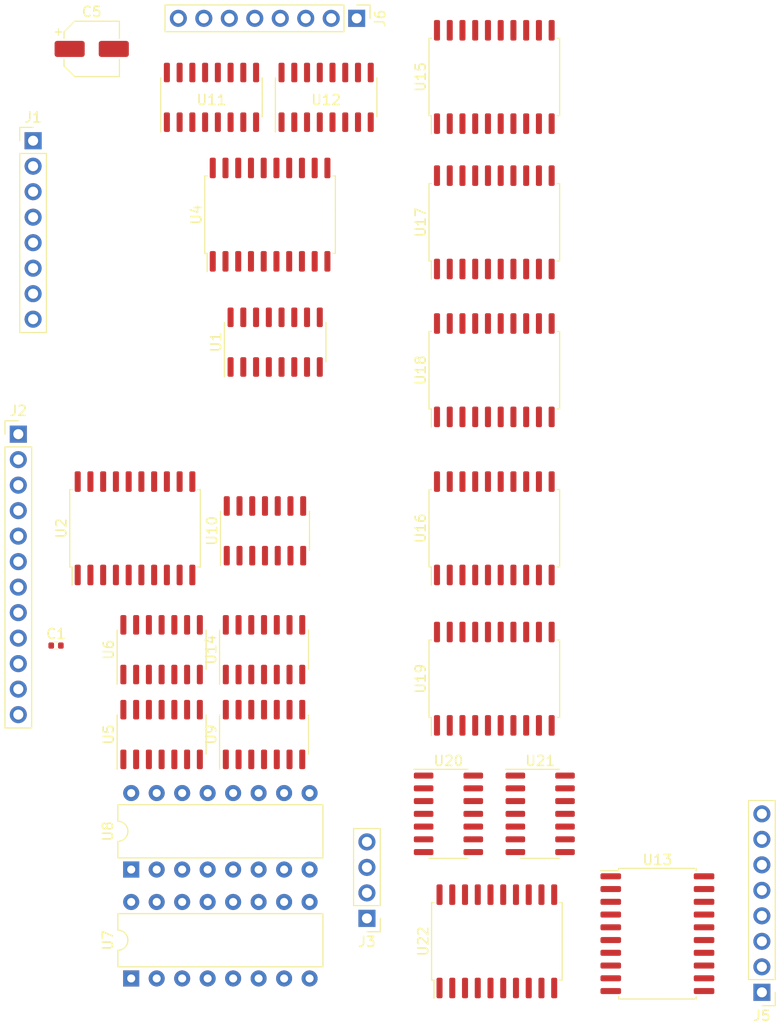
<source format=kicad_pcb>
(kicad_pcb (version 20171130) (host pcbnew "(5.1.10-1-10_14)")

  (general
    (thickness 1.6)
    (drawings 0)
    (tracks 0)
    (zones 0)
    (modules 28)
    (nets 141)
  )

  (page A4)
  (layers
    (0 F.Cu signal)
    (31 B.Cu signal)
    (32 B.Adhes user)
    (33 F.Adhes user)
    (34 B.Paste user)
    (35 F.Paste user)
    (36 B.SilkS user)
    (37 F.SilkS user)
    (38 B.Mask user)
    (39 F.Mask user)
    (40 Dwgs.User user)
    (41 Cmts.User user)
    (42 Eco1.User user)
    (43 Eco2.User user)
    (44 Edge.Cuts user)
    (45 Margin user)
    (46 B.CrtYd user)
    (47 F.CrtYd user)
    (48 B.Fab user)
    (49 F.Fab user hide)
  )

  (setup
    (last_trace_width 0.25)
    (trace_clearance 0.2)
    (zone_clearance 0.508)
    (zone_45_only no)
    (trace_min 0.2)
    (via_size 0.8)
    (via_drill 0.4)
    (via_min_size 0.4)
    (via_min_drill 0.3)
    (uvia_size 0.3)
    (uvia_drill 0.1)
    (uvias_allowed no)
    (uvia_min_size 0.2)
    (uvia_min_drill 0.1)
    (edge_width 0.05)
    (segment_width 0.2)
    (pcb_text_width 0.3)
    (pcb_text_size 1.5 1.5)
    (mod_edge_width 0.12)
    (mod_text_size 1 1)
    (mod_text_width 0.15)
    (pad_size 1.524 1.524)
    (pad_drill 0.762)
    (pad_to_mask_clearance 0)
    (aux_axis_origin 0 0)
    (visible_elements FFFFFF7F)
    (pcbplotparams
      (layerselection 0x010fc_ffffffff)
      (usegerberextensions false)
      (usegerberattributes true)
      (usegerberadvancedattributes true)
      (creategerberjobfile true)
      (excludeedgelayer true)
      (linewidth 0.100000)
      (plotframeref false)
      (viasonmask false)
      (mode 1)
      (useauxorigin false)
      (hpglpennumber 1)
      (hpglpenspeed 20)
      (hpglpendiameter 15.000000)
      (psnegative false)
      (psa4output false)
      (plotreference true)
      (plotvalue true)
      (plotinvisibletext false)
      (padsonsilk false)
      (subtractmaskfromsilk false)
      (outputformat 1)
      (mirror false)
      (drillshape 1)
      (scaleselection 1)
      (outputdirectory ""))
  )

  (net 0 "")
  (net 1 VCC)
  (net 2 GND)
  (net 3 "Net-(U5-Pad6)")
  (net 4 "Net-(U5-Pad11)")
  (net 5 "Net-(U5-Pad3)")
  (net 6 "Net-(U6-Pad11)")
  (net 7 "Net-(U6-Pad8)")
  (net 8 "Net-(U6-Pad6)")
  (net 9 "Net-(U6-Pad3)")
  (net 10 RHS0)
  (net 11 RHS1)
  (net 12 RHS2)
  (net 13 RHS3)
  (net 14 RHS4)
  (net 15 RHS5)
  (net 16 RHS6)
  (net 17 RHS7)
  (net 18 SUBTRACT)
  (net 19 CLOCK)
  (net 20 RESET)
  (net 21 ALU_OO)
  (net 22 ALU_O1)
  (net 23 ALU_O2)
  (net 24 ALU_O3)
  (net 25 ALU_O4)
  (net 26 ALU_O5)
  (net 27 ALU_O6)
  (net 28 ALU_O7)
  (net 29 "/Add & Subtract w/ Carry/Q7")
  (net 30 "/Add & Subtract w/ Carry/Q6")
  (net 31 "/Add & Subtract w/ Carry/Q5")
  (net 32 "/Add & Subtract w/ Carry/Q4")
  (net 33 "/Add & Subtract w/ Carry/Q3")
  (net 34 "/Add & Subtract w/ Carry/Q2")
  (net 35 "/Add & Subtract w/ Carry/Q1")
  (net 36 "/Add & Subtract w/ Carry/Q0")
  (net 37 LHS0)
  (net 38 LHS1)
  (net 39 LHS2)
  (net 40 LHS3)
  (net 41 LHS4)
  (net 42 LHS5)
  (net 43 LHS6)
  (net 44 LHS7)
  (net 45 "Net-(U4-Pad20)")
  (net 46 "/L/R Shift Register/Q7")
  (net 47 "/L/R Shift Register/Q6")
  (net 48 "/L/R Shift Register/Q5")
  (net 49 "/L/R Shift Register/Q4")
  (net 50 "/L/R Shift Register/Q3")
  (net 51 "/L/R Shift Register/Q2")
  (net 52 "/L/R Shift Register/Q1")
  (net 53 "/L/R Shift Register/Q0")
  (net 54 "Net-(U5-Pad8)")
  (net 55 "Net-(U7-Pad7)")
  (net 56 "Net-(U10-Pad2)")
  (net 57 "Net-(U10-Pad1)")
  (net 58 ~ALU_OUT)
  (net 59 "Net-(J2-Pad11)")
  (net 60 LHS_IN)
  (net 61 CF)
  (net 62 OF)
  (net 63 ZF)
  (net 64 SF)
  (net 65 "Net-(U1-Pad15)")
  (net 66 ~ADD_SUB_OUT)
  (net 67 ~SHIFT_OUT)
  (net 68 "Net-(U10-Pad3)")
  (net 69 SH1)
  (net 70 SH0)
  (net 71 "Net-(U13-Pad20)")
  (net 72 Q_OO)
  (net 73 Q_O1)
  (net 74 Q_O2)
  (net 75 Q_O3)
  (net 76 Q_O4)
  (net 77 Q_O5)
  (net 78 Q_O6)
  (net 79 Q_O7)
  (net 80 "/Logic Functions/L0")
  (net 81 "/Logic Functions/L1")
  (net 82 "/Logic Functions/L2")
  (net 83 "/Logic Functions/L3")
  (net 84 "/Logic Functions/L4")
  (net 85 "/Logic Functions/L5")
  (net 86 "/Logic Functions/L6")
  (net 87 "/Logic Functions/L7")
  (net 88 "/Logic Functions/AND_07")
  (net 89 "/Logic Functions/AND_06")
  (net 90 "/Logic Functions/AND_05")
  (net 91 "/Logic Functions/AND_04")
  (net 92 "/Logic Functions/AND_03")
  (net 93 "/Logic Functions/AND_02")
  (net 94 "/Logic Functions/AND_01")
  (net 95 "/Logic Functions/AND_00")
  (net 96 "/Logic Functions/OR_07")
  (net 97 "/Logic Functions/OR_06")
  (net 98 "/Logic Functions/OR_05")
  (net 99 "/Logic Functions/OR_04")
  (net 100 "/Logic Functions/OR_03")
  (net 101 "/Logic Functions/OR_02")
  (net 102 "/Logic Functions/OR_01")
  (net 103 "/Logic Functions/OR_00")
  (net 104 "/Logic Functions/XOR_07")
  (net 105 "/Logic Functions/XOR_06")
  (net 106 "/Logic Functions/XOR_05")
  (net 107 "/Logic Functions/XOR_04")
  (net 108 "/Logic Functions/XOR_03")
  (net 109 "/Logic Functions/XOR_02")
  (net 110 "/Logic Functions/XOR_01")
  (net 111 "/Logic Functions/XOR_00")
  (net 112 "Net-(U20-Pad14)")
  (net 113 "Net-(U20-Pad12)")
  (net 114 "Net-(U20-Pad10)")
  (net 115 "Net-(U20-Pad8)")
  (net 116 "Net-(U20-Pad7)")
  (net 117 "Net-(U20-Pad6)")
  (net 118 "Net-(U20-Pad4)")
  (net 119 "Net-(U20-Pad2)")
  (net 120 "Net-(U21-Pad14)")
  (net 121 "Net-(U21-Pad13)")
  (net 122 "Net-(U21-Pad12)")
  (net 123 "Net-(U21-Pad11)")
  (net 124 "Net-(U21-Pad10)")
  (net 125 "Net-(U21-Pad9)")
  (net 126 "Net-(U21-Pad8)")
  (net 127 "Net-(U21-Pad7)")
  (net 128 "Net-(U21-Pad6)")
  (net 129 "Net-(U21-Pad5)")
  (net 130 "Net-(U21-Pad4)")
  (net 131 "Net-(U21-Pad2)")
  (net 132 SEL_02)
  (net 133 SEL_01)
  (net 134 SEL_00)
  (net 135 ~NOT)
  (net 136 ~AND)
  (net 137 ~OR)
  (net 138 ~XOR)
  (net 139 ~PASS_A)
  (net 140 ~PASS_B)

  (net_class Default "This is the default net class."
    (clearance 0.2)
    (trace_width 0.25)
    (via_dia 0.8)
    (via_drill 0.4)
    (uvia_dia 0.3)
    (uvia_drill 0.1)
    (add_net "/Add & Subtract w/ Carry/Q0")
    (add_net "/Add & Subtract w/ Carry/Q1")
    (add_net "/Add & Subtract w/ Carry/Q2")
    (add_net "/Add & Subtract w/ Carry/Q3")
    (add_net "/Add & Subtract w/ Carry/Q4")
    (add_net "/Add & Subtract w/ Carry/Q5")
    (add_net "/Add & Subtract w/ Carry/Q6")
    (add_net "/Add & Subtract w/ Carry/Q7")
    (add_net "/L/R Shift Register/Q0")
    (add_net "/L/R Shift Register/Q1")
    (add_net "/L/R Shift Register/Q2")
    (add_net "/L/R Shift Register/Q3")
    (add_net "/L/R Shift Register/Q4")
    (add_net "/L/R Shift Register/Q5")
    (add_net "/L/R Shift Register/Q6")
    (add_net "/L/R Shift Register/Q7")
    (add_net "/Logic Functions/AND_00")
    (add_net "/Logic Functions/AND_01")
    (add_net "/Logic Functions/AND_02")
    (add_net "/Logic Functions/AND_03")
    (add_net "/Logic Functions/AND_04")
    (add_net "/Logic Functions/AND_05")
    (add_net "/Logic Functions/AND_06")
    (add_net "/Logic Functions/AND_07")
    (add_net "/Logic Functions/L0")
    (add_net "/Logic Functions/L1")
    (add_net "/Logic Functions/L2")
    (add_net "/Logic Functions/L3")
    (add_net "/Logic Functions/L4")
    (add_net "/Logic Functions/L5")
    (add_net "/Logic Functions/L6")
    (add_net "/Logic Functions/L7")
    (add_net "/Logic Functions/OR_00")
    (add_net "/Logic Functions/OR_01")
    (add_net "/Logic Functions/OR_02")
    (add_net "/Logic Functions/OR_03")
    (add_net "/Logic Functions/OR_04")
    (add_net "/Logic Functions/OR_05")
    (add_net "/Logic Functions/OR_06")
    (add_net "/Logic Functions/OR_07")
    (add_net "/Logic Functions/XOR_00")
    (add_net "/Logic Functions/XOR_01")
    (add_net "/Logic Functions/XOR_02")
    (add_net "/Logic Functions/XOR_03")
    (add_net "/Logic Functions/XOR_04")
    (add_net "/Logic Functions/XOR_05")
    (add_net "/Logic Functions/XOR_06")
    (add_net "/Logic Functions/XOR_07")
    (add_net ALU_O1)
    (add_net ALU_O2)
    (add_net ALU_O3)
    (add_net ALU_O4)
    (add_net ALU_O5)
    (add_net ALU_O6)
    (add_net ALU_O7)
    (add_net ALU_OO)
    (add_net CF)
    (add_net CLOCK)
    (add_net GND)
    (add_net LHS0)
    (add_net LHS1)
    (add_net LHS2)
    (add_net LHS3)
    (add_net LHS4)
    (add_net LHS5)
    (add_net LHS6)
    (add_net LHS7)
    (add_net LHS_IN)
    (add_net "Net-(J2-Pad11)")
    (add_net "Net-(U1-Pad15)")
    (add_net "Net-(U10-Pad1)")
    (add_net "Net-(U10-Pad2)")
    (add_net "Net-(U10-Pad3)")
    (add_net "Net-(U13-Pad20)")
    (add_net "Net-(U20-Pad10)")
    (add_net "Net-(U20-Pad12)")
    (add_net "Net-(U20-Pad14)")
    (add_net "Net-(U20-Pad2)")
    (add_net "Net-(U20-Pad4)")
    (add_net "Net-(U20-Pad6)")
    (add_net "Net-(U20-Pad7)")
    (add_net "Net-(U20-Pad8)")
    (add_net "Net-(U21-Pad10)")
    (add_net "Net-(U21-Pad11)")
    (add_net "Net-(U21-Pad12)")
    (add_net "Net-(U21-Pad13)")
    (add_net "Net-(U21-Pad14)")
    (add_net "Net-(U21-Pad2)")
    (add_net "Net-(U21-Pad4)")
    (add_net "Net-(U21-Pad5)")
    (add_net "Net-(U21-Pad6)")
    (add_net "Net-(U21-Pad7)")
    (add_net "Net-(U21-Pad8)")
    (add_net "Net-(U21-Pad9)")
    (add_net "Net-(U4-Pad20)")
    (add_net "Net-(U5-Pad11)")
    (add_net "Net-(U5-Pad3)")
    (add_net "Net-(U5-Pad6)")
    (add_net "Net-(U5-Pad8)")
    (add_net "Net-(U6-Pad11)")
    (add_net "Net-(U6-Pad3)")
    (add_net "Net-(U6-Pad6)")
    (add_net "Net-(U6-Pad8)")
    (add_net "Net-(U7-Pad7)")
    (add_net OF)
    (add_net Q_O1)
    (add_net Q_O2)
    (add_net Q_O3)
    (add_net Q_O4)
    (add_net Q_O5)
    (add_net Q_O6)
    (add_net Q_O7)
    (add_net Q_OO)
    (add_net RESET)
    (add_net RHS0)
    (add_net RHS1)
    (add_net RHS2)
    (add_net RHS3)
    (add_net RHS4)
    (add_net RHS5)
    (add_net RHS6)
    (add_net RHS7)
    (add_net SEL_00)
    (add_net SEL_01)
    (add_net SEL_02)
    (add_net SF)
    (add_net SH0)
    (add_net SH1)
    (add_net SUBTRACT)
    (add_net VCC)
    (add_net ZF)
    (add_net ~ADD_SUB_OUT)
    (add_net ~ALU_OUT)
    (add_net ~AND)
    (add_net ~NOT)
    (add_net ~OR)
    (add_net ~PASS_A)
    (add_net ~PASS_B)
    (add_net ~SHIFT_OUT)
    (add_net ~XOR)
  )

  (module Package_SO:SOIC-14_3.9x8.7mm_P1.27mm (layer F.Cu) (tedit 5D9F72B1) (tstamp 613F3634)
    (at 157.226 72.898 90)
    (descr "SOIC, 14 Pin (JEDEC MS-012AB, https://www.analog.com/media/en/package-pcb-resources/package/pkg_pdf/soic_narrow-r/r_14.pdf), generated with kicad-footprint-generator ipc_gullwing_generator.py")
    (tags "SOIC SO")
    (path /61C45D31/61D0A2A1)
    (attr smd)
    (fp_text reference U10 (at 0 -5.28 90) (layer F.SilkS)
      (effects (font (size 1 1) (thickness 0.15)))
    )
    (fp_text value 74HC08D,653 (at 0 5.28 90) (layer F.Fab)
      (effects (font (size 1 1) (thickness 0.15)))
    )
    (fp_text user %R (at 0 0 90) (layer F.Fab)
      (effects (font (size 0.98 0.98) (thickness 0.15)))
    )
    (fp_line (start 0 4.435) (end 1.95 4.435) (layer F.SilkS) (width 0.12))
    (fp_line (start 0 4.435) (end -1.95 4.435) (layer F.SilkS) (width 0.12))
    (fp_line (start 0 -4.435) (end 1.95 -4.435) (layer F.SilkS) (width 0.12))
    (fp_line (start 0 -4.435) (end -3.45 -4.435) (layer F.SilkS) (width 0.12))
    (fp_line (start -0.975 -4.325) (end 1.95 -4.325) (layer F.Fab) (width 0.1))
    (fp_line (start 1.95 -4.325) (end 1.95 4.325) (layer F.Fab) (width 0.1))
    (fp_line (start 1.95 4.325) (end -1.95 4.325) (layer F.Fab) (width 0.1))
    (fp_line (start -1.95 4.325) (end -1.95 -3.35) (layer F.Fab) (width 0.1))
    (fp_line (start -1.95 -3.35) (end -0.975 -4.325) (layer F.Fab) (width 0.1))
    (fp_line (start -3.7 -4.58) (end -3.7 4.58) (layer F.CrtYd) (width 0.05))
    (fp_line (start -3.7 4.58) (end 3.7 4.58) (layer F.CrtYd) (width 0.05))
    (fp_line (start 3.7 4.58) (end 3.7 -4.58) (layer F.CrtYd) (width 0.05))
    (fp_line (start 3.7 -4.58) (end -3.7 -4.58) (layer F.CrtYd) (width 0.05))
    (pad 14 smd roundrect (at 2.475 -3.81 90) (size 1.95 0.6) (layers F.Cu F.Paste F.Mask) (roundrect_rratio 0.25)
      (net 1 VCC))
    (pad 13 smd roundrect (at 2.475 -2.54 90) (size 1.95 0.6) (layers F.Cu F.Paste F.Mask) (roundrect_rratio 0.25))
    (pad 12 smd roundrect (at 2.475 -1.27 90) (size 1.95 0.6) (layers F.Cu F.Paste F.Mask) (roundrect_rratio 0.25))
    (pad 11 smd roundrect (at 2.475 0 90) (size 1.95 0.6) (layers F.Cu F.Paste F.Mask) (roundrect_rratio 0.25))
    (pad 10 smd roundrect (at 2.475 1.27 90) (size 1.95 0.6) (layers F.Cu F.Paste F.Mask) (roundrect_rratio 0.25)
      (net 18 SUBTRACT))
    (pad 9 smd roundrect (at 2.475 2.54 90) (size 1.95 0.6) (layers F.Cu F.Paste F.Mask) (roundrect_rratio 0.25)
      (net 68 "Net-(U10-Pad3)"))
    (pad 8 smd roundrect (at 2.475 3.81 90) (size 1.95 0.6) (layers F.Cu F.Paste F.Mask) (roundrect_rratio 0.25)
      (net 63 ZF))
    (pad 7 smd roundrect (at -2.475 3.81 90) (size 1.95 0.6) (layers F.Cu F.Paste F.Mask) (roundrect_rratio 0.25)
      (net 2 GND))
    (pad 6 smd roundrect (at -2.475 2.54 90) (size 1.95 0.6) (layers F.Cu F.Paste F.Mask) (roundrect_rratio 0.25))
    (pad 5 smd roundrect (at -2.475 1.27 90) (size 1.95 0.6) (layers F.Cu F.Paste F.Mask) (roundrect_rratio 0.25))
    (pad 4 smd roundrect (at -2.475 0 90) (size 1.95 0.6) (layers F.Cu F.Paste F.Mask) (roundrect_rratio 0.25))
    (pad 3 smd roundrect (at -2.475 -1.27 90) (size 1.95 0.6) (layers F.Cu F.Paste F.Mask) (roundrect_rratio 0.25)
      (net 68 "Net-(U10-Pad3)"))
    (pad 2 smd roundrect (at -2.475 -2.54 90) (size 1.95 0.6) (layers F.Cu F.Paste F.Mask) (roundrect_rratio 0.25)
      (net 56 "Net-(U10-Pad2)"))
    (pad 1 smd roundrect (at -2.475 -3.81 90) (size 1.95 0.6) (layers F.Cu F.Paste F.Mask) (roundrect_rratio 0.25)
      (net 57 "Net-(U10-Pad1)"))
    (model ${KISYS3DMOD}/Package_SO.3dshapes/SOIC-14_3.9x8.7mm_P1.27mm.wrl
      (at (xyz 0 0 0))
      (scale (xyz 1 1 1))
      (rotate (xyz 0 0 0))
    )
  )

  (module Connector_PinHeader_2.54mm:PinHeader_1x08_P2.54mm_Vertical (layer F.Cu) (tedit 59FED5CC) (tstamp 613F33E4)
    (at 166.37 21.844 270)
    (descr "Through hole straight pin header, 1x08, 2.54mm pitch, single row")
    (tags "Through hole pin header THT 1x08 2.54mm single row")
    (path /61DF559D)
    (fp_text reference J6 (at 0 -2.33 90) (layer F.SilkS)
      (effects (font (size 1 1) (thickness 0.15)))
    )
    (fp_text value Conn_01x08 (at 0 20.11 90) (layer F.Fab)
      (effects (font (size 1 1) (thickness 0.15)))
    )
    (fp_text user %R (at 0 8.89) (layer F.Fab)
      (effects (font (size 1 1) (thickness 0.15)))
    )
    (fp_line (start -0.635 -1.27) (end 1.27 -1.27) (layer F.Fab) (width 0.1))
    (fp_line (start 1.27 -1.27) (end 1.27 19.05) (layer F.Fab) (width 0.1))
    (fp_line (start 1.27 19.05) (end -1.27 19.05) (layer F.Fab) (width 0.1))
    (fp_line (start -1.27 19.05) (end -1.27 -0.635) (layer F.Fab) (width 0.1))
    (fp_line (start -1.27 -0.635) (end -0.635 -1.27) (layer F.Fab) (width 0.1))
    (fp_line (start -1.33 19.11) (end 1.33 19.11) (layer F.SilkS) (width 0.12))
    (fp_line (start -1.33 1.27) (end -1.33 19.11) (layer F.SilkS) (width 0.12))
    (fp_line (start 1.33 1.27) (end 1.33 19.11) (layer F.SilkS) (width 0.12))
    (fp_line (start -1.33 1.27) (end 1.33 1.27) (layer F.SilkS) (width 0.12))
    (fp_line (start -1.33 0) (end -1.33 -1.33) (layer F.SilkS) (width 0.12))
    (fp_line (start -1.33 -1.33) (end 0 -1.33) (layer F.SilkS) (width 0.12))
    (fp_line (start -1.8 -1.8) (end -1.8 19.55) (layer F.CrtYd) (width 0.05))
    (fp_line (start -1.8 19.55) (end 1.8 19.55) (layer F.CrtYd) (width 0.05))
    (fp_line (start 1.8 19.55) (end 1.8 -1.8) (layer F.CrtYd) (width 0.05))
    (fp_line (start 1.8 -1.8) (end -1.8 -1.8) (layer F.CrtYd) (width 0.05))
    (pad 8 thru_hole oval (at 0 17.78 270) (size 1.7 1.7) (drill 1) (layers *.Cu *.Mask)
      (net 44 LHS7))
    (pad 7 thru_hole oval (at 0 15.24 270) (size 1.7 1.7) (drill 1) (layers *.Cu *.Mask)
      (net 43 LHS6))
    (pad 6 thru_hole oval (at 0 12.7 270) (size 1.7 1.7) (drill 1) (layers *.Cu *.Mask)
      (net 42 LHS5))
    (pad 5 thru_hole oval (at 0 10.16 270) (size 1.7 1.7) (drill 1) (layers *.Cu *.Mask)
      (net 41 LHS4))
    (pad 4 thru_hole oval (at 0 7.62 270) (size 1.7 1.7) (drill 1) (layers *.Cu *.Mask)
      (net 40 LHS3))
    (pad 3 thru_hole oval (at 0 5.08 270) (size 1.7 1.7) (drill 1) (layers *.Cu *.Mask)
      (net 39 LHS2))
    (pad 2 thru_hole oval (at 0 2.54 270) (size 1.7 1.7) (drill 1) (layers *.Cu *.Mask)
      (net 38 LHS1))
    (pad 1 thru_hole rect (at 0 0 270) (size 1.7 1.7) (drill 1) (layers *.Cu *.Mask)
      (net 37 LHS0))
    (model ${KISYS3DMOD}/Connector_PinHeader_2.54mm.3dshapes/PinHeader_1x08_P2.54mm_Vertical.wrl
      (at (xyz 0 0 0))
      (scale (xyz 1 1 1))
      (rotate (xyz 0 0 0))
    )
  )

  (module Connector_PinHeader_2.54mm:PinHeader_1x08_P2.54mm_Vertical (layer F.Cu) (tedit 59FED5CC) (tstamp 613F33C8)
    (at 206.756 118.872 180)
    (descr "Through hole straight pin header, 1x08, 2.54mm pitch, single row")
    (tags "Through hole pin header THT 1x08 2.54mm single row")
    (path /61DEF96D)
    (fp_text reference J5 (at 0 -2.33) (layer F.SilkS)
      (effects (font (size 1 1) (thickness 0.15)))
    )
    (fp_text value Conn_01x08 (at 0 20.11) (layer F.Fab)
      (effects (font (size 1 1) (thickness 0.15)))
    )
    (fp_text user %R (at 0 8.89 90) (layer F.Fab)
      (effects (font (size 1 1) (thickness 0.15)))
    )
    (fp_line (start -0.635 -1.27) (end 1.27 -1.27) (layer F.Fab) (width 0.1))
    (fp_line (start 1.27 -1.27) (end 1.27 19.05) (layer F.Fab) (width 0.1))
    (fp_line (start 1.27 19.05) (end -1.27 19.05) (layer F.Fab) (width 0.1))
    (fp_line (start -1.27 19.05) (end -1.27 -0.635) (layer F.Fab) (width 0.1))
    (fp_line (start -1.27 -0.635) (end -0.635 -1.27) (layer F.Fab) (width 0.1))
    (fp_line (start -1.33 19.11) (end 1.33 19.11) (layer F.SilkS) (width 0.12))
    (fp_line (start -1.33 1.27) (end -1.33 19.11) (layer F.SilkS) (width 0.12))
    (fp_line (start 1.33 1.27) (end 1.33 19.11) (layer F.SilkS) (width 0.12))
    (fp_line (start -1.33 1.27) (end 1.33 1.27) (layer F.SilkS) (width 0.12))
    (fp_line (start -1.33 0) (end -1.33 -1.33) (layer F.SilkS) (width 0.12))
    (fp_line (start -1.33 -1.33) (end 0 -1.33) (layer F.SilkS) (width 0.12))
    (fp_line (start -1.8 -1.8) (end -1.8 19.55) (layer F.CrtYd) (width 0.05))
    (fp_line (start -1.8 19.55) (end 1.8 19.55) (layer F.CrtYd) (width 0.05))
    (fp_line (start 1.8 19.55) (end 1.8 -1.8) (layer F.CrtYd) (width 0.05))
    (fp_line (start 1.8 -1.8) (end -1.8 -1.8) (layer F.CrtYd) (width 0.05))
    (pad 8 thru_hole oval (at 0 17.78 180) (size 1.7 1.7) (drill 1) (layers *.Cu *.Mask)
      (net 72 Q_OO))
    (pad 7 thru_hole oval (at 0 15.24 180) (size 1.7 1.7) (drill 1) (layers *.Cu *.Mask)
      (net 73 Q_O1))
    (pad 6 thru_hole oval (at 0 12.7 180) (size 1.7 1.7) (drill 1) (layers *.Cu *.Mask)
      (net 74 Q_O2))
    (pad 5 thru_hole oval (at 0 10.16 180) (size 1.7 1.7) (drill 1) (layers *.Cu *.Mask)
      (net 75 Q_O3))
    (pad 4 thru_hole oval (at 0 7.62 180) (size 1.7 1.7) (drill 1) (layers *.Cu *.Mask)
      (net 76 Q_O4))
    (pad 3 thru_hole oval (at 0 5.08 180) (size 1.7 1.7) (drill 1) (layers *.Cu *.Mask)
      (net 77 Q_O5))
    (pad 2 thru_hole oval (at 0 2.54 180) (size 1.7 1.7) (drill 1) (layers *.Cu *.Mask)
      (net 78 Q_O6))
    (pad 1 thru_hole rect (at 0 0 180) (size 1.7 1.7) (drill 1) (layers *.Cu *.Mask)
      (net 79 Q_O7))
    (model ${KISYS3DMOD}/Connector_PinHeader_2.54mm.3dshapes/PinHeader_1x08_P2.54mm_Vertical.wrl
      (at (xyz 0 0 0))
      (scale (xyz 1 1 1))
      (rotate (xyz 0 0 0))
    )
  )

  (module Package_SO:SOIC-16_3.9x9.9mm_P1.27mm (layer F.Cu) (tedit 5D9F72B1) (tstamp 613EDC1F)
    (at 163.322 29.718 90)
    (descr "SOIC, 16 Pin (JEDEC MS-012AC, https://www.analog.com/media/en/package-pcb-resources/package/pkg_pdf/soic_narrow-r/r_16.pdf), generated with kicad-footprint-generator ipc_gullwing_generator.py")
    (tags "SOIC SO")
    (path /61C9D0FB/61C9E4ED)
    (attr smd)
    (fp_text reference U12 (at -0.254 0 180) (layer F.SilkS)
      (effects (font (size 1 1) (thickness 0.15)))
    )
    (fp_text value 74HC194D,653 (at 0 5.9 90) (layer F.Fab)
      (effects (font (size 1 1) (thickness 0.15)))
    )
    (fp_text user %R (at 0 0 90) (layer F.Fab)
      (effects (font (size 0.98 0.98) (thickness 0.15)))
    )
    (fp_line (start 0 5.06) (end 1.95 5.06) (layer F.SilkS) (width 0.12))
    (fp_line (start 0 5.06) (end -1.95 5.06) (layer F.SilkS) (width 0.12))
    (fp_line (start 0 -5.06) (end 1.95 -5.06) (layer F.SilkS) (width 0.12))
    (fp_line (start 0 -5.06) (end -3.45 -5.06) (layer F.SilkS) (width 0.12))
    (fp_line (start -0.975 -4.95) (end 1.95 -4.95) (layer F.Fab) (width 0.1))
    (fp_line (start 1.95 -4.95) (end 1.95 4.95) (layer F.Fab) (width 0.1))
    (fp_line (start 1.95 4.95) (end -1.95 4.95) (layer F.Fab) (width 0.1))
    (fp_line (start -1.95 4.95) (end -1.95 -3.975) (layer F.Fab) (width 0.1))
    (fp_line (start -1.95 -3.975) (end -0.975 -4.95) (layer F.Fab) (width 0.1))
    (fp_line (start -3.7 -5.2) (end -3.7 5.2) (layer F.CrtYd) (width 0.05))
    (fp_line (start -3.7 5.2) (end 3.7 5.2) (layer F.CrtYd) (width 0.05))
    (fp_line (start 3.7 5.2) (end 3.7 -5.2) (layer F.CrtYd) (width 0.05))
    (fp_line (start 3.7 -5.2) (end -3.7 -5.2) (layer F.CrtYd) (width 0.05))
    (pad 16 smd roundrect (at 2.475 -4.445 90) (size 1.95 0.6) (layers F.Cu F.Paste F.Mask) (roundrect_rratio 0.25)
      (net 1 VCC))
    (pad 15 smd roundrect (at 2.475 -3.175 90) (size 1.95 0.6) (layers F.Cu F.Paste F.Mask) (roundrect_rratio 0.25)
      (net 49 "/L/R Shift Register/Q4"))
    (pad 14 smd roundrect (at 2.475 -1.905 90) (size 1.95 0.6) (layers F.Cu F.Paste F.Mask) (roundrect_rratio 0.25)
      (net 48 "/L/R Shift Register/Q5"))
    (pad 13 smd roundrect (at 2.475 -0.635 90) (size 1.95 0.6) (layers F.Cu F.Paste F.Mask) (roundrect_rratio 0.25)
      (net 47 "/L/R Shift Register/Q6"))
    (pad 12 smd roundrect (at 2.475 0.635 90) (size 1.95 0.6) (layers F.Cu F.Paste F.Mask) (roundrect_rratio 0.25)
      (net 46 "/L/R Shift Register/Q7"))
    (pad 11 smd roundrect (at 2.475 1.905 90) (size 1.95 0.6) (layers F.Cu F.Paste F.Mask) (roundrect_rratio 0.25)
      (net 19 CLOCK))
    (pad 10 smd roundrect (at 2.475 3.175 90) (size 1.95 0.6) (layers F.Cu F.Paste F.Mask) (roundrect_rratio 0.25)
      (net 69 SH1))
    (pad 9 smd roundrect (at 2.475 4.445 90) (size 1.95 0.6) (layers F.Cu F.Paste F.Mask) (roundrect_rratio 0.25)
      (net 70 SH0))
    (pad 8 smd roundrect (at -2.475 4.445 90) (size 1.95 0.6) (layers F.Cu F.Paste F.Mask) (roundrect_rratio 0.25)
      (net 2 GND))
    (pad 7 smd roundrect (at -2.475 3.175 90) (size 1.95 0.6) (layers F.Cu F.Paste F.Mask) (roundrect_rratio 0.25)
      (net 2 GND))
    (pad 6 smd roundrect (at -2.475 1.905 90) (size 1.95 0.6) (layers F.Cu F.Paste F.Mask) (roundrect_rratio 0.25)
      (net 37 LHS0))
    (pad 5 smd roundrect (at -2.475 0.635 90) (size 1.95 0.6) (layers F.Cu F.Paste F.Mask) (roundrect_rratio 0.25)
      (net 38 LHS1))
    (pad 4 smd roundrect (at -2.475 -0.635 90) (size 1.95 0.6) (layers F.Cu F.Paste F.Mask) (roundrect_rratio 0.25)
      (net 39 LHS2))
    (pad 3 smd roundrect (at -2.475 -1.905 90) (size 1.95 0.6) (layers F.Cu F.Paste F.Mask) (roundrect_rratio 0.25)
      (net 40 LHS3))
    (pad 2 smd roundrect (at -2.475 -3.175 90) (size 1.95 0.6) (layers F.Cu F.Paste F.Mask) (roundrect_rratio 0.25)
      (net 50 "/L/R Shift Register/Q3"))
    (pad 1 smd roundrect (at -2.475 -4.445 90) (size 1.95 0.6) (layers F.Cu F.Paste F.Mask) (roundrect_rratio 0.25)
      (net 20 RESET))
    (model ${KISYS3DMOD}/Package_SO.3dshapes/SOIC-16_3.9x9.9mm_P1.27mm.wrl
      (at (xyz 0 0 0))
      (scale (xyz 1 1 1))
      (rotate (xyz 0 0 0))
    )
  )

  (module Package_SO:SOIC-16_3.9x9.9mm_P1.27mm (layer F.Cu) (tedit 5D9F72B1) (tstamp 613F11F8)
    (at 151.892 29.718 90)
    (descr "SOIC, 16 Pin (JEDEC MS-012AC, https://www.analog.com/media/en/package-pcb-resources/package/pkg_pdf/soic_narrow-r/r_16.pdf), generated with kicad-footprint-generator ipc_gullwing_generator.py")
    (tags "SOIC SO")
    (path /61C9D0FB/61C9E4D9)
    (attr smd)
    (fp_text reference U11 (at -0.254 0 180) (layer F.SilkS)
      (effects (font (size 1 1) (thickness 0.15)))
    )
    (fp_text value 74HC194D,653 (at 0 5.9 90) (layer F.Fab)
      (effects (font (size 1 1) (thickness 0.15)))
    )
    (fp_text user %R (at 0 0 90) (layer F.Fab)
      (effects (font (size 0.98 0.98) (thickness 0.15)))
    )
    (fp_line (start 0 5.06) (end 1.95 5.06) (layer F.SilkS) (width 0.12))
    (fp_line (start 0 5.06) (end -1.95 5.06) (layer F.SilkS) (width 0.12))
    (fp_line (start 0 -5.06) (end 1.95 -5.06) (layer F.SilkS) (width 0.12))
    (fp_line (start 0 -5.06) (end -3.45 -5.06) (layer F.SilkS) (width 0.12))
    (fp_line (start -0.975 -4.95) (end 1.95 -4.95) (layer F.Fab) (width 0.1))
    (fp_line (start 1.95 -4.95) (end 1.95 4.95) (layer F.Fab) (width 0.1))
    (fp_line (start 1.95 4.95) (end -1.95 4.95) (layer F.Fab) (width 0.1))
    (fp_line (start -1.95 4.95) (end -1.95 -3.975) (layer F.Fab) (width 0.1))
    (fp_line (start -1.95 -3.975) (end -0.975 -4.95) (layer F.Fab) (width 0.1))
    (fp_line (start -3.7 -5.2) (end -3.7 5.2) (layer F.CrtYd) (width 0.05))
    (fp_line (start -3.7 5.2) (end 3.7 5.2) (layer F.CrtYd) (width 0.05))
    (fp_line (start 3.7 5.2) (end 3.7 -5.2) (layer F.CrtYd) (width 0.05))
    (fp_line (start 3.7 -5.2) (end -3.7 -5.2) (layer F.CrtYd) (width 0.05))
    (pad 16 smd roundrect (at 2.475 -4.445 90) (size 1.95 0.6) (layers F.Cu F.Paste F.Mask) (roundrect_rratio 0.25)
      (net 1 VCC))
    (pad 15 smd roundrect (at 2.475 -3.175 90) (size 1.95 0.6) (layers F.Cu F.Paste F.Mask) (roundrect_rratio 0.25)
      (net 53 "/L/R Shift Register/Q0"))
    (pad 14 smd roundrect (at 2.475 -1.905 90) (size 1.95 0.6) (layers F.Cu F.Paste F.Mask) (roundrect_rratio 0.25)
      (net 52 "/L/R Shift Register/Q1"))
    (pad 13 smd roundrect (at 2.475 -0.635 90) (size 1.95 0.6) (layers F.Cu F.Paste F.Mask) (roundrect_rratio 0.25)
      (net 51 "/L/R Shift Register/Q2"))
    (pad 12 smd roundrect (at 2.475 0.635 90) (size 1.95 0.6) (layers F.Cu F.Paste F.Mask) (roundrect_rratio 0.25)
      (net 50 "/L/R Shift Register/Q3"))
    (pad 11 smd roundrect (at 2.475 1.905 90) (size 1.95 0.6) (layers F.Cu F.Paste F.Mask) (roundrect_rratio 0.25)
      (net 19 CLOCK))
    (pad 10 smd roundrect (at 2.475 3.175 90) (size 1.95 0.6) (layers F.Cu F.Paste F.Mask) (roundrect_rratio 0.25)
      (net 69 SH1))
    (pad 9 smd roundrect (at 2.475 4.445 90) (size 1.95 0.6) (layers F.Cu F.Paste F.Mask) (roundrect_rratio 0.25)
      (net 70 SH0))
    (pad 8 smd roundrect (at -2.475 4.445 90) (size 1.95 0.6) (layers F.Cu F.Paste F.Mask) (roundrect_rratio 0.25)
      (net 2 GND))
    (pad 7 smd roundrect (at -2.475 3.175 90) (size 1.95 0.6) (layers F.Cu F.Paste F.Mask) (roundrect_rratio 0.25)
      (net 49 "/L/R Shift Register/Q4"))
    (pad 6 smd roundrect (at -2.475 1.905 90) (size 1.95 0.6) (layers F.Cu F.Paste F.Mask) (roundrect_rratio 0.25)
      (net 41 LHS4))
    (pad 5 smd roundrect (at -2.475 0.635 90) (size 1.95 0.6) (layers F.Cu F.Paste F.Mask) (roundrect_rratio 0.25)
      (net 42 LHS5))
    (pad 4 smd roundrect (at -2.475 -0.635 90) (size 1.95 0.6) (layers F.Cu F.Paste F.Mask) (roundrect_rratio 0.25)
      (net 43 LHS6))
    (pad 3 smd roundrect (at -2.475 -1.905 90) (size 1.95 0.6) (layers F.Cu F.Paste F.Mask) (roundrect_rratio 0.25)
      (net 44 LHS7))
    (pad 2 smd roundrect (at -2.475 -3.175 90) (size 1.95 0.6) (layers F.Cu F.Paste F.Mask) (roundrect_rratio 0.25)
      (net 2 GND))
    (pad 1 smd roundrect (at -2.475 -4.445 90) (size 1.95 0.6) (layers F.Cu F.Paste F.Mask) (roundrect_rratio 0.25)
      (net 20 RESET))
    (model ${KISYS3DMOD}/Package_SO.3dshapes/SOIC-16_3.9x9.9mm_P1.27mm.wrl
      (at (xyz 0 0 0))
      (scale (xyz 1 1 1))
      (rotate (xyz 0 0 0))
    )
  )

  (module Package_SO:SOIC-20W_7.5x12.8mm_P1.27mm (layer F.Cu) (tedit 5D9F72B1) (tstamp 613EDDAC)
    (at 180.34 113.792 90)
    (descr "SOIC, 20 Pin (JEDEC MS-013AC, https://www.analog.com/media/en/package-pcb-resources/package/233848rw_20.pdf), generated with kicad-footprint-generator ipc_gullwing_generator.py")
    (tags "SOIC SO")
    (path /613FEBCE/61D3B25E)
    (attr smd)
    (fp_text reference U22 (at 0 -7.35 90) (layer F.SilkS)
      (effects (font (size 1 1) (thickness 0.15)))
    )
    (fp_text value 74HC245 (at 0 7.35 90) (layer F.Fab)
      (effects (font (size 1 1) (thickness 0.15)))
    )
    (fp_text user %R (at 0 0 90) (layer F.Fab)
      (effects (font (size 1 1) (thickness 0.15)))
    )
    (fp_line (start 0 6.51) (end 3.86 6.51) (layer F.SilkS) (width 0.12))
    (fp_line (start 3.86 6.51) (end 3.86 6.275) (layer F.SilkS) (width 0.12))
    (fp_line (start 0 6.51) (end -3.86 6.51) (layer F.SilkS) (width 0.12))
    (fp_line (start -3.86 6.51) (end -3.86 6.275) (layer F.SilkS) (width 0.12))
    (fp_line (start 0 -6.51) (end 3.86 -6.51) (layer F.SilkS) (width 0.12))
    (fp_line (start 3.86 -6.51) (end 3.86 -6.275) (layer F.SilkS) (width 0.12))
    (fp_line (start 0 -6.51) (end -3.86 -6.51) (layer F.SilkS) (width 0.12))
    (fp_line (start -3.86 -6.51) (end -3.86 -6.275) (layer F.SilkS) (width 0.12))
    (fp_line (start -3.86 -6.275) (end -5.675 -6.275) (layer F.SilkS) (width 0.12))
    (fp_line (start -2.75 -6.4) (end 3.75 -6.4) (layer F.Fab) (width 0.1))
    (fp_line (start 3.75 -6.4) (end 3.75 6.4) (layer F.Fab) (width 0.1))
    (fp_line (start 3.75 6.4) (end -3.75 6.4) (layer F.Fab) (width 0.1))
    (fp_line (start -3.75 6.4) (end -3.75 -5.4) (layer F.Fab) (width 0.1))
    (fp_line (start -3.75 -5.4) (end -2.75 -6.4) (layer F.Fab) (width 0.1))
    (fp_line (start -5.93 -6.65) (end -5.93 6.65) (layer F.CrtYd) (width 0.05))
    (fp_line (start -5.93 6.65) (end 5.93 6.65) (layer F.CrtYd) (width 0.05))
    (fp_line (start 5.93 6.65) (end 5.93 -6.65) (layer F.CrtYd) (width 0.05))
    (fp_line (start 5.93 -6.65) (end -5.93 -6.65) (layer F.CrtYd) (width 0.05))
    (pad 20 smd roundrect (at 4.65 -5.715 90) (size 2.05 0.6) (layers F.Cu F.Paste F.Mask) (roundrect_rratio 0.25)
      (net 1 VCC))
    (pad 19 smd roundrect (at 4.65 -4.445 90) (size 2.05 0.6) (layers F.Cu F.Paste F.Mask) (roundrect_rratio 0.25)
      (net 135 ~NOT))
    (pad 18 smd roundrect (at 4.65 -3.175 90) (size 2.05 0.6) (layers F.Cu F.Paste F.Mask) (roundrect_rratio 0.25)
      (net 21 ALU_OO))
    (pad 17 smd roundrect (at 4.65 -1.905 90) (size 2.05 0.6) (layers F.Cu F.Paste F.Mask) (roundrect_rratio 0.25)
      (net 22 ALU_O1))
    (pad 16 smd roundrect (at 4.65 -0.635 90) (size 2.05 0.6) (layers F.Cu F.Paste F.Mask) (roundrect_rratio 0.25)
      (net 23 ALU_O2))
    (pad 15 smd roundrect (at 4.65 0.635 90) (size 2.05 0.6) (layers F.Cu F.Paste F.Mask) (roundrect_rratio 0.25)
      (net 24 ALU_O3))
    (pad 14 smd roundrect (at 4.65 1.905 90) (size 2.05 0.6) (layers F.Cu F.Paste F.Mask) (roundrect_rratio 0.25)
      (net 25 ALU_O4))
    (pad 13 smd roundrect (at 4.65 3.175 90) (size 2.05 0.6) (layers F.Cu F.Paste F.Mask) (roundrect_rratio 0.25)
      (net 26 ALU_O5))
    (pad 12 smd roundrect (at 4.65 4.445 90) (size 2.05 0.6) (layers F.Cu F.Paste F.Mask) (roundrect_rratio 0.25)
      (net 27 ALU_O6))
    (pad 11 smd roundrect (at 4.65 5.715 90) (size 2.05 0.6) (layers F.Cu F.Paste F.Mask) (roundrect_rratio 0.25)
      (net 28 ALU_O7))
    (pad 10 smd roundrect (at -4.65 5.715 90) (size 2.05 0.6) (layers F.Cu F.Paste F.Mask) (roundrect_rratio 0.25)
      (net 2 GND))
    (pad 9 smd roundrect (at -4.65 4.445 90) (size 2.05 0.6) (layers F.Cu F.Paste F.Mask) (roundrect_rratio 0.25)
      (net 130 "Net-(U21-Pad4)"))
    (pad 8 smd roundrect (at -4.65 3.175 90) (size 2.05 0.6) (layers F.Cu F.Paste F.Mask) (roundrect_rratio 0.25)
      (net 131 "Net-(U21-Pad2)"))
    (pad 7 smd roundrect (at -4.65 1.905 90) (size 2.05 0.6) (layers F.Cu F.Paste F.Mask) (roundrect_rratio 0.25)
      (net 113 "Net-(U20-Pad12)"))
    (pad 6 smd roundrect (at -4.65 0.635 90) (size 2.05 0.6) (layers F.Cu F.Paste F.Mask) (roundrect_rratio 0.25)
      (net 114 "Net-(U20-Pad10)"))
    (pad 5 smd roundrect (at -4.65 -0.635 90) (size 2.05 0.6) (layers F.Cu F.Paste F.Mask) (roundrect_rratio 0.25)
      (net 115 "Net-(U20-Pad8)"))
    (pad 4 smd roundrect (at -4.65 -1.905 90) (size 2.05 0.6) (layers F.Cu F.Paste F.Mask) (roundrect_rratio 0.25)
      (net 117 "Net-(U20-Pad6)"))
    (pad 3 smd roundrect (at -4.65 -3.175 90) (size 2.05 0.6) (layers F.Cu F.Paste F.Mask) (roundrect_rratio 0.25)
      (net 118 "Net-(U20-Pad4)"))
    (pad 2 smd roundrect (at -4.65 -4.445 90) (size 2.05 0.6) (layers F.Cu F.Paste F.Mask) (roundrect_rratio 0.25)
      (net 119 "Net-(U20-Pad2)"))
    (pad 1 smd roundrect (at -4.65 -5.715 90) (size 2.05 0.6) (layers F.Cu F.Paste F.Mask) (roundrect_rratio 0.25)
      (net 1 VCC))
    (model ${KISYS3DMOD}/Package_SO.3dshapes/SOIC-20W_7.5x12.8mm_P1.27mm.wrl
      (at (xyz 0 0 0))
      (scale (xyz 1 1 1))
      (rotate (xyz 0 0 0))
    )
  )

  (module Package_SO:SOIC-14_3.9x8.7mm_P1.27mm (layer F.Cu) (tedit 5D9F72B1) (tstamp 613EDD81)
    (at 184.658 101.092)
    (descr "SOIC, 14 Pin (JEDEC MS-012AB, https://www.analog.com/media/en/package-pcb-resources/package/pkg_pdf/soic_narrow-r/r_14.pdf), generated with kicad-footprint-generator ipc_gullwing_generator.py")
    (tags "SOIC SO")
    (path /613FEBCE/61D439F9)
    (attr smd)
    (fp_text reference U21 (at 0 -5.28) (layer F.SilkS)
      (effects (font (size 1 1) (thickness 0.15)))
    )
    (fp_text value 74HCT04 (at 0 5.28) (layer F.Fab)
      (effects (font (size 1 1) (thickness 0.15)))
    )
    (fp_text user %R (at 0 0) (layer F.Fab)
      (effects (font (size 0.98 0.98) (thickness 0.15)))
    )
    (fp_line (start 0 4.435) (end 1.95 4.435) (layer F.SilkS) (width 0.12))
    (fp_line (start 0 4.435) (end -1.95 4.435) (layer F.SilkS) (width 0.12))
    (fp_line (start 0 -4.435) (end 1.95 -4.435) (layer F.SilkS) (width 0.12))
    (fp_line (start 0 -4.435) (end -3.45 -4.435) (layer F.SilkS) (width 0.12))
    (fp_line (start -0.975 -4.325) (end 1.95 -4.325) (layer F.Fab) (width 0.1))
    (fp_line (start 1.95 -4.325) (end 1.95 4.325) (layer F.Fab) (width 0.1))
    (fp_line (start 1.95 4.325) (end -1.95 4.325) (layer F.Fab) (width 0.1))
    (fp_line (start -1.95 4.325) (end -1.95 -3.35) (layer F.Fab) (width 0.1))
    (fp_line (start -1.95 -3.35) (end -0.975 -4.325) (layer F.Fab) (width 0.1))
    (fp_line (start -3.7 -4.58) (end -3.7 4.58) (layer F.CrtYd) (width 0.05))
    (fp_line (start -3.7 4.58) (end 3.7 4.58) (layer F.CrtYd) (width 0.05))
    (fp_line (start 3.7 4.58) (end 3.7 -4.58) (layer F.CrtYd) (width 0.05))
    (fp_line (start 3.7 -4.58) (end -3.7 -4.58) (layer F.CrtYd) (width 0.05))
    (pad 14 smd roundrect (at 2.475 -3.81) (size 1.95 0.6) (layers F.Cu F.Paste F.Mask) (roundrect_rratio 0.25)
      (net 120 "Net-(U21-Pad14)"))
    (pad 13 smd roundrect (at 2.475 -2.54) (size 1.95 0.6) (layers F.Cu F.Paste F.Mask) (roundrect_rratio 0.25)
      (net 121 "Net-(U21-Pad13)"))
    (pad 12 smd roundrect (at 2.475 -1.27) (size 1.95 0.6) (layers F.Cu F.Paste F.Mask) (roundrect_rratio 0.25)
      (net 122 "Net-(U21-Pad12)"))
    (pad 11 smd roundrect (at 2.475 0) (size 1.95 0.6) (layers F.Cu F.Paste F.Mask) (roundrect_rratio 0.25)
      (net 123 "Net-(U21-Pad11)"))
    (pad 10 smd roundrect (at 2.475 1.27) (size 1.95 0.6) (layers F.Cu F.Paste F.Mask) (roundrect_rratio 0.25)
      (net 124 "Net-(U21-Pad10)"))
    (pad 9 smd roundrect (at 2.475 2.54) (size 1.95 0.6) (layers F.Cu F.Paste F.Mask) (roundrect_rratio 0.25)
      (net 125 "Net-(U21-Pad9)"))
    (pad 8 smd roundrect (at 2.475 3.81) (size 1.95 0.6) (layers F.Cu F.Paste F.Mask) (roundrect_rratio 0.25)
      (net 126 "Net-(U21-Pad8)"))
    (pad 7 smd roundrect (at -2.475 3.81) (size 1.95 0.6) (layers F.Cu F.Paste F.Mask) (roundrect_rratio 0.25)
      (net 127 "Net-(U21-Pad7)"))
    (pad 6 smd roundrect (at -2.475 2.54) (size 1.95 0.6) (layers F.Cu F.Paste F.Mask) (roundrect_rratio 0.25)
      (net 128 "Net-(U21-Pad6)"))
    (pad 5 smd roundrect (at -2.475 1.27) (size 1.95 0.6) (layers F.Cu F.Paste F.Mask) (roundrect_rratio 0.25)
      (net 129 "Net-(U21-Pad5)"))
    (pad 4 smd roundrect (at -2.475 0) (size 1.95 0.6) (layers F.Cu F.Paste F.Mask) (roundrect_rratio 0.25)
      (net 130 "Net-(U21-Pad4)"))
    (pad 3 smd roundrect (at -2.475 -1.27) (size 1.95 0.6) (layers F.Cu F.Paste F.Mask) (roundrect_rratio 0.25)
      (net 87 "/Logic Functions/L7"))
    (pad 2 smd roundrect (at -2.475 -2.54) (size 1.95 0.6) (layers F.Cu F.Paste F.Mask) (roundrect_rratio 0.25)
      (net 131 "Net-(U21-Pad2)"))
    (pad 1 smd roundrect (at -2.475 -3.81) (size 1.95 0.6) (layers F.Cu F.Paste F.Mask) (roundrect_rratio 0.25)
      (net 86 "/Logic Functions/L6"))
    (model ${KISYS3DMOD}/Package_SO.3dshapes/SOIC-14_3.9x8.7mm_P1.27mm.wrl
      (at (xyz 0 0 0))
      (scale (xyz 1 1 1))
      (rotate (xyz 0 0 0))
    )
  )

  (module Package_SO:SOIC-14_3.9x8.7mm_P1.27mm (layer F.Cu) (tedit 5D9F72B1) (tstamp 613EDD61)
    (at 175.514 101.092)
    (descr "SOIC, 14 Pin (JEDEC MS-012AB, https://www.analog.com/media/en/package-pcb-resources/package/pkg_pdf/soic_narrow-r/r_14.pdf), generated with kicad-footprint-generator ipc_gullwing_generator.py")
    (tags "SOIC SO")
    (path /613FEBCE/61D3E25A)
    (attr smd)
    (fp_text reference U20 (at 0 -5.28) (layer F.SilkS)
      (effects (font (size 1 1) (thickness 0.15)))
    )
    (fp_text value 74HCT04 (at 0 5.28) (layer F.Fab)
      (effects (font (size 1 1) (thickness 0.15)))
    )
    (fp_text user %R (at 0 0) (layer F.Fab)
      (effects (font (size 0.98 0.98) (thickness 0.15)))
    )
    (fp_line (start 0 4.435) (end 1.95 4.435) (layer F.SilkS) (width 0.12))
    (fp_line (start 0 4.435) (end -1.95 4.435) (layer F.SilkS) (width 0.12))
    (fp_line (start 0 -4.435) (end 1.95 -4.435) (layer F.SilkS) (width 0.12))
    (fp_line (start 0 -4.435) (end -3.45 -4.435) (layer F.SilkS) (width 0.12))
    (fp_line (start -0.975 -4.325) (end 1.95 -4.325) (layer F.Fab) (width 0.1))
    (fp_line (start 1.95 -4.325) (end 1.95 4.325) (layer F.Fab) (width 0.1))
    (fp_line (start 1.95 4.325) (end -1.95 4.325) (layer F.Fab) (width 0.1))
    (fp_line (start -1.95 4.325) (end -1.95 -3.35) (layer F.Fab) (width 0.1))
    (fp_line (start -1.95 -3.35) (end -0.975 -4.325) (layer F.Fab) (width 0.1))
    (fp_line (start -3.7 -4.58) (end -3.7 4.58) (layer F.CrtYd) (width 0.05))
    (fp_line (start -3.7 4.58) (end 3.7 4.58) (layer F.CrtYd) (width 0.05))
    (fp_line (start 3.7 4.58) (end 3.7 -4.58) (layer F.CrtYd) (width 0.05))
    (fp_line (start 3.7 -4.58) (end -3.7 -4.58) (layer F.CrtYd) (width 0.05))
    (pad 14 smd roundrect (at 2.475 -3.81) (size 1.95 0.6) (layers F.Cu F.Paste F.Mask) (roundrect_rratio 0.25)
      (net 112 "Net-(U20-Pad14)"))
    (pad 13 smd roundrect (at 2.475 -2.54) (size 1.95 0.6) (layers F.Cu F.Paste F.Mask) (roundrect_rratio 0.25)
      (net 85 "/Logic Functions/L5"))
    (pad 12 smd roundrect (at 2.475 -1.27) (size 1.95 0.6) (layers F.Cu F.Paste F.Mask) (roundrect_rratio 0.25)
      (net 113 "Net-(U20-Pad12)"))
    (pad 11 smd roundrect (at 2.475 0) (size 1.95 0.6) (layers F.Cu F.Paste F.Mask) (roundrect_rratio 0.25)
      (net 84 "/Logic Functions/L4"))
    (pad 10 smd roundrect (at 2.475 1.27) (size 1.95 0.6) (layers F.Cu F.Paste F.Mask) (roundrect_rratio 0.25)
      (net 114 "Net-(U20-Pad10)"))
    (pad 9 smd roundrect (at 2.475 2.54) (size 1.95 0.6) (layers F.Cu F.Paste F.Mask) (roundrect_rratio 0.25)
      (net 83 "/Logic Functions/L3"))
    (pad 8 smd roundrect (at 2.475 3.81) (size 1.95 0.6) (layers F.Cu F.Paste F.Mask) (roundrect_rratio 0.25)
      (net 115 "Net-(U20-Pad8)"))
    (pad 7 smd roundrect (at -2.475 3.81) (size 1.95 0.6) (layers F.Cu F.Paste F.Mask) (roundrect_rratio 0.25)
      (net 116 "Net-(U20-Pad7)"))
    (pad 6 smd roundrect (at -2.475 2.54) (size 1.95 0.6) (layers F.Cu F.Paste F.Mask) (roundrect_rratio 0.25)
      (net 117 "Net-(U20-Pad6)"))
    (pad 5 smd roundrect (at -2.475 1.27) (size 1.95 0.6) (layers F.Cu F.Paste F.Mask) (roundrect_rratio 0.25)
      (net 82 "/Logic Functions/L2"))
    (pad 4 smd roundrect (at -2.475 0) (size 1.95 0.6) (layers F.Cu F.Paste F.Mask) (roundrect_rratio 0.25)
      (net 118 "Net-(U20-Pad4)"))
    (pad 3 smd roundrect (at -2.475 -1.27) (size 1.95 0.6) (layers F.Cu F.Paste F.Mask) (roundrect_rratio 0.25)
      (net 81 "/Logic Functions/L1"))
    (pad 2 smd roundrect (at -2.475 -2.54) (size 1.95 0.6) (layers F.Cu F.Paste F.Mask) (roundrect_rratio 0.25)
      (net 119 "Net-(U20-Pad2)"))
    (pad 1 smd roundrect (at -2.475 -3.81) (size 1.95 0.6) (layers F.Cu F.Paste F.Mask) (roundrect_rratio 0.25)
      (net 80 "/Logic Functions/L0"))
    (model ${KISYS3DMOD}/Package_SO.3dshapes/SOIC-14_3.9x8.7mm_P1.27mm.wrl
      (at (xyz 0 0 0))
      (scale (xyz 1 1 1))
      (rotate (xyz 0 0 0))
    )
  )

  (module Package_SO:SOIC-20W_7.5x12.8mm_P1.27mm (layer F.Cu) (tedit 5D9F72B1) (tstamp 613F3C64)
    (at 180.086 87.63 90)
    (descr "SOIC, 20 Pin (JEDEC MS-013AC, https://www.analog.com/media/en/package-pcb-resources/package/233848rw_20.pdf), generated with kicad-footprint-generator ipc_gullwing_generator.py")
    (tags "SOIC SO")
    (path /613FEBCE/61D20FF8)
    (attr smd)
    (fp_text reference U19 (at 0 -7.35 90) (layer F.SilkS)
      (effects (font (size 1 1) (thickness 0.15)))
    )
    (fp_text value 74HC245 (at 0 7.35 90) (layer F.Fab)
      (effects (font (size 1 1) (thickness 0.15)))
    )
    (fp_text user %R (at 0 0 90) (layer F.Fab)
      (effects (font (size 1 1) (thickness 0.15)))
    )
    (fp_line (start 0 6.51) (end 3.86 6.51) (layer F.SilkS) (width 0.12))
    (fp_line (start 3.86 6.51) (end 3.86 6.275) (layer F.SilkS) (width 0.12))
    (fp_line (start 0 6.51) (end -3.86 6.51) (layer F.SilkS) (width 0.12))
    (fp_line (start -3.86 6.51) (end -3.86 6.275) (layer F.SilkS) (width 0.12))
    (fp_line (start 0 -6.51) (end 3.86 -6.51) (layer F.SilkS) (width 0.12))
    (fp_line (start 3.86 -6.51) (end 3.86 -6.275) (layer F.SilkS) (width 0.12))
    (fp_line (start 0 -6.51) (end -3.86 -6.51) (layer F.SilkS) (width 0.12))
    (fp_line (start -3.86 -6.51) (end -3.86 -6.275) (layer F.SilkS) (width 0.12))
    (fp_line (start -3.86 -6.275) (end -5.675 -6.275) (layer F.SilkS) (width 0.12))
    (fp_line (start -2.75 -6.4) (end 3.75 -6.4) (layer F.Fab) (width 0.1))
    (fp_line (start 3.75 -6.4) (end 3.75 6.4) (layer F.Fab) (width 0.1))
    (fp_line (start 3.75 6.4) (end -3.75 6.4) (layer F.Fab) (width 0.1))
    (fp_line (start -3.75 6.4) (end -3.75 -5.4) (layer F.Fab) (width 0.1))
    (fp_line (start -3.75 -5.4) (end -2.75 -6.4) (layer F.Fab) (width 0.1))
    (fp_line (start -5.93 -6.65) (end -5.93 6.65) (layer F.CrtYd) (width 0.05))
    (fp_line (start -5.93 6.65) (end 5.93 6.65) (layer F.CrtYd) (width 0.05))
    (fp_line (start 5.93 6.65) (end 5.93 -6.65) (layer F.CrtYd) (width 0.05))
    (fp_line (start 5.93 -6.65) (end -5.93 -6.65) (layer F.CrtYd) (width 0.05))
    (pad 20 smd roundrect (at 4.65 -5.715 90) (size 2.05 0.6) (layers F.Cu F.Paste F.Mask) (roundrect_rratio 0.25)
      (net 1 VCC))
    (pad 19 smd roundrect (at 4.65 -4.445 90) (size 2.05 0.6) (layers F.Cu F.Paste F.Mask) (roundrect_rratio 0.25)
      (net 138 ~XOR))
    (pad 18 smd roundrect (at 4.65 -3.175 90) (size 2.05 0.6) (layers F.Cu F.Paste F.Mask) (roundrect_rratio 0.25)
      (net 80 "/Logic Functions/L0"))
    (pad 17 smd roundrect (at 4.65 -1.905 90) (size 2.05 0.6) (layers F.Cu F.Paste F.Mask) (roundrect_rratio 0.25)
      (net 81 "/Logic Functions/L1"))
    (pad 16 smd roundrect (at 4.65 -0.635 90) (size 2.05 0.6) (layers F.Cu F.Paste F.Mask) (roundrect_rratio 0.25)
      (net 82 "/Logic Functions/L2"))
    (pad 15 smd roundrect (at 4.65 0.635 90) (size 2.05 0.6) (layers F.Cu F.Paste F.Mask) (roundrect_rratio 0.25)
      (net 83 "/Logic Functions/L3"))
    (pad 14 smd roundrect (at 4.65 1.905 90) (size 2.05 0.6) (layers F.Cu F.Paste F.Mask) (roundrect_rratio 0.25)
      (net 84 "/Logic Functions/L4"))
    (pad 13 smd roundrect (at 4.65 3.175 90) (size 2.05 0.6) (layers F.Cu F.Paste F.Mask) (roundrect_rratio 0.25)
      (net 85 "/Logic Functions/L5"))
    (pad 12 smd roundrect (at 4.65 4.445 90) (size 2.05 0.6) (layers F.Cu F.Paste F.Mask) (roundrect_rratio 0.25)
      (net 86 "/Logic Functions/L6"))
    (pad 11 smd roundrect (at 4.65 5.715 90) (size 2.05 0.6) (layers F.Cu F.Paste F.Mask) (roundrect_rratio 0.25)
      (net 87 "/Logic Functions/L7"))
    (pad 10 smd roundrect (at -4.65 5.715 90) (size 2.05 0.6) (layers F.Cu F.Paste F.Mask) (roundrect_rratio 0.25)
      (net 2 GND))
    (pad 9 smd roundrect (at -4.65 4.445 90) (size 2.05 0.6) (layers F.Cu F.Paste F.Mask) (roundrect_rratio 0.25)
      (net 104 "/Logic Functions/XOR_07"))
    (pad 8 smd roundrect (at -4.65 3.175 90) (size 2.05 0.6) (layers F.Cu F.Paste F.Mask) (roundrect_rratio 0.25)
      (net 105 "/Logic Functions/XOR_06"))
    (pad 7 smd roundrect (at -4.65 1.905 90) (size 2.05 0.6) (layers F.Cu F.Paste F.Mask) (roundrect_rratio 0.25)
      (net 106 "/Logic Functions/XOR_05"))
    (pad 6 smd roundrect (at -4.65 0.635 90) (size 2.05 0.6) (layers F.Cu F.Paste F.Mask) (roundrect_rratio 0.25)
      (net 107 "/Logic Functions/XOR_04"))
    (pad 5 smd roundrect (at -4.65 -0.635 90) (size 2.05 0.6) (layers F.Cu F.Paste F.Mask) (roundrect_rratio 0.25)
      (net 108 "/Logic Functions/XOR_03"))
    (pad 4 smd roundrect (at -4.65 -1.905 90) (size 2.05 0.6) (layers F.Cu F.Paste F.Mask) (roundrect_rratio 0.25)
      (net 109 "/Logic Functions/XOR_02"))
    (pad 3 smd roundrect (at -4.65 -3.175 90) (size 2.05 0.6) (layers F.Cu F.Paste F.Mask) (roundrect_rratio 0.25)
      (net 110 "/Logic Functions/XOR_01"))
    (pad 2 smd roundrect (at -4.65 -4.445 90) (size 2.05 0.6) (layers F.Cu F.Paste F.Mask) (roundrect_rratio 0.25)
      (net 111 "/Logic Functions/XOR_00"))
    (pad 1 smd roundrect (at -4.65 -5.715 90) (size 2.05 0.6) (layers F.Cu F.Paste F.Mask) (roundrect_rratio 0.25)
      (net 1 VCC))
    (model ${KISYS3DMOD}/Package_SO.3dshapes/SOIC-20W_7.5x12.8mm_P1.27mm.wrl
      (at (xyz 0 0 0))
      (scale (xyz 1 1 1))
      (rotate (xyz 0 0 0))
    )
  )

  (module Package_SO:SOIC-20W_7.5x12.8mm_P1.27mm (layer F.Cu) (tedit 5D9F72B1) (tstamp 613EDD16)
    (at 180.086 56.896 90)
    (descr "SOIC, 20 Pin (JEDEC MS-013AC, https://www.analog.com/media/en/package-pcb-resources/package/233848rw_20.pdf), generated with kicad-footprint-generator ipc_gullwing_generator.py")
    (tags "SOIC SO")
    (path /613FEBCE/61D1E650)
    (attr smd)
    (fp_text reference U18 (at 0 -7.35 90) (layer F.SilkS)
      (effects (font (size 1 1) (thickness 0.15)))
    )
    (fp_text value 74HC245 (at 0 7.35 90) (layer F.Fab)
      (effects (font (size 1 1) (thickness 0.15)))
    )
    (fp_text user %R (at 0 0 90) (layer F.Fab)
      (effects (font (size 1 1) (thickness 0.15)))
    )
    (fp_line (start 0 6.51) (end 3.86 6.51) (layer F.SilkS) (width 0.12))
    (fp_line (start 3.86 6.51) (end 3.86 6.275) (layer F.SilkS) (width 0.12))
    (fp_line (start 0 6.51) (end -3.86 6.51) (layer F.SilkS) (width 0.12))
    (fp_line (start -3.86 6.51) (end -3.86 6.275) (layer F.SilkS) (width 0.12))
    (fp_line (start 0 -6.51) (end 3.86 -6.51) (layer F.SilkS) (width 0.12))
    (fp_line (start 3.86 -6.51) (end 3.86 -6.275) (layer F.SilkS) (width 0.12))
    (fp_line (start 0 -6.51) (end -3.86 -6.51) (layer F.SilkS) (width 0.12))
    (fp_line (start -3.86 -6.51) (end -3.86 -6.275) (layer F.SilkS) (width 0.12))
    (fp_line (start -3.86 -6.275) (end -5.675 -6.275) (layer F.SilkS) (width 0.12))
    (fp_line (start -2.75 -6.4) (end 3.75 -6.4) (layer F.Fab) (width 0.1))
    (fp_line (start 3.75 -6.4) (end 3.75 6.4) (layer F.Fab) (width 0.1))
    (fp_line (start 3.75 6.4) (end -3.75 6.4) (layer F.Fab) (width 0.1))
    (fp_line (start -3.75 6.4) (end -3.75 -5.4) (layer F.Fab) (width 0.1))
    (fp_line (start -3.75 -5.4) (end -2.75 -6.4) (layer F.Fab) (width 0.1))
    (fp_line (start -5.93 -6.65) (end -5.93 6.65) (layer F.CrtYd) (width 0.05))
    (fp_line (start -5.93 6.65) (end 5.93 6.65) (layer F.CrtYd) (width 0.05))
    (fp_line (start 5.93 6.65) (end 5.93 -6.65) (layer F.CrtYd) (width 0.05))
    (fp_line (start 5.93 -6.65) (end -5.93 -6.65) (layer F.CrtYd) (width 0.05))
    (pad 20 smd roundrect (at 4.65 -5.715 90) (size 2.05 0.6) (layers F.Cu F.Paste F.Mask) (roundrect_rratio 0.25)
      (net 1 VCC))
    (pad 19 smd roundrect (at 4.65 -4.445 90) (size 2.05 0.6) (layers F.Cu F.Paste F.Mask) (roundrect_rratio 0.25)
      (net 137 ~OR))
    (pad 18 smd roundrect (at 4.65 -3.175 90) (size 2.05 0.6) (layers F.Cu F.Paste F.Mask) (roundrect_rratio 0.25)
      (net 80 "/Logic Functions/L0"))
    (pad 17 smd roundrect (at 4.65 -1.905 90) (size 2.05 0.6) (layers F.Cu F.Paste F.Mask) (roundrect_rratio 0.25)
      (net 81 "/Logic Functions/L1"))
    (pad 16 smd roundrect (at 4.65 -0.635 90) (size 2.05 0.6) (layers F.Cu F.Paste F.Mask) (roundrect_rratio 0.25)
      (net 82 "/Logic Functions/L2"))
    (pad 15 smd roundrect (at 4.65 0.635 90) (size 2.05 0.6) (layers F.Cu F.Paste F.Mask) (roundrect_rratio 0.25)
      (net 83 "/Logic Functions/L3"))
    (pad 14 smd roundrect (at 4.65 1.905 90) (size 2.05 0.6) (layers F.Cu F.Paste F.Mask) (roundrect_rratio 0.25)
      (net 84 "/Logic Functions/L4"))
    (pad 13 smd roundrect (at 4.65 3.175 90) (size 2.05 0.6) (layers F.Cu F.Paste F.Mask) (roundrect_rratio 0.25)
      (net 85 "/Logic Functions/L5"))
    (pad 12 smd roundrect (at 4.65 4.445 90) (size 2.05 0.6) (layers F.Cu F.Paste F.Mask) (roundrect_rratio 0.25)
      (net 86 "/Logic Functions/L6"))
    (pad 11 smd roundrect (at 4.65 5.715 90) (size 2.05 0.6) (layers F.Cu F.Paste F.Mask) (roundrect_rratio 0.25)
      (net 87 "/Logic Functions/L7"))
    (pad 10 smd roundrect (at -4.65 5.715 90) (size 2.05 0.6) (layers F.Cu F.Paste F.Mask) (roundrect_rratio 0.25)
      (net 2 GND))
    (pad 9 smd roundrect (at -4.65 4.445 90) (size 2.05 0.6) (layers F.Cu F.Paste F.Mask) (roundrect_rratio 0.25)
      (net 96 "/Logic Functions/OR_07"))
    (pad 8 smd roundrect (at -4.65 3.175 90) (size 2.05 0.6) (layers F.Cu F.Paste F.Mask) (roundrect_rratio 0.25)
      (net 97 "/Logic Functions/OR_06"))
    (pad 7 smd roundrect (at -4.65 1.905 90) (size 2.05 0.6) (layers F.Cu F.Paste F.Mask) (roundrect_rratio 0.25)
      (net 98 "/Logic Functions/OR_05"))
    (pad 6 smd roundrect (at -4.65 0.635 90) (size 2.05 0.6) (layers F.Cu F.Paste F.Mask) (roundrect_rratio 0.25)
      (net 99 "/Logic Functions/OR_04"))
    (pad 5 smd roundrect (at -4.65 -0.635 90) (size 2.05 0.6) (layers F.Cu F.Paste F.Mask) (roundrect_rratio 0.25)
      (net 100 "/Logic Functions/OR_03"))
    (pad 4 smd roundrect (at -4.65 -1.905 90) (size 2.05 0.6) (layers F.Cu F.Paste F.Mask) (roundrect_rratio 0.25)
      (net 101 "/Logic Functions/OR_02"))
    (pad 3 smd roundrect (at -4.65 -3.175 90) (size 2.05 0.6) (layers F.Cu F.Paste F.Mask) (roundrect_rratio 0.25)
      (net 102 "/Logic Functions/OR_01"))
    (pad 2 smd roundrect (at -4.65 -4.445 90) (size 2.05 0.6) (layers F.Cu F.Paste F.Mask) (roundrect_rratio 0.25)
      (net 103 "/Logic Functions/OR_00"))
    (pad 1 smd roundrect (at -4.65 -5.715 90) (size 2.05 0.6) (layers F.Cu F.Paste F.Mask) (roundrect_rratio 0.25)
      (net 1 VCC))
    (model ${KISYS3DMOD}/Package_SO.3dshapes/SOIC-20W_7.5x12.8mm_P1.27mm.wrl
      (at (xyz 0 0 0))
      (scale (xyz 1 1 1))
      (rotate (xyz 0 0 0))
    )
  )

  (module Package_SO:SOIC-20W_7.5x12.8mm_P1.27mm (layer F.Cu) (tedit 5D9F72B1) (tstamp 613EDCEB)
    (at 180.086 42.164 90)
    (descr "SOIC, 20 Pin (JEDEC MS-013AC, https://www.analog.com/media/en/package-pcb-resources/package/233848rw_20.pdf), generated with kicad-footprint-generator ipc_gullwing_generator.py")
    (tags "SOIC SO")
    (path /613FEBCE/61D87396)
    (attr smd)
    (fp_text reference U17 (at 0 -7.35 90) (layer F.SilkS)
      (effects (font (size 1 1) (thickness 0.15)))
    )
    (fp_text value 74HC245 (at 0 7.35 90) (layer F.Fab)
      (effects (font (size 1 1) (thickness 0.15)))
    )
    (fp_text user %R (at 0 0 90) (layer F.Fab)
      (effects (font (size 1 1) (thickness 0.15)))
    )
    (fp_line (start 0 6.51) (end 3.86 6.51) (layer F.SilkS) (width 0.12))
    (fp_line (start 3.86 6.51) (end 3.86 6.275) (layer F.SilkS) (width 0.12))
    (fp_line (start 0 6.51) (end -3.86 6.51) (layer F.SilkS) (width 0.12))
    (fp_line (start -3.86 6.51) (end -3.86 6.275) (layer F.SilkS) (width 0.12))
    (fp_line (start 0 -6.51) (end 3.86 -6.51) (layer F.SilkS) (width 0.12))
    (fp_line (start 3.86 -6.51) (end 3.86 -6.275) (layer F.SilkS) (width 0.12))
    (fp_line (start 0 -6.51) (end -3.86 -6.51) (layer F.SilkS) (width 0.12))
    (fp_line (start -3.86 -6.51) (end -3.86 -6.275) (layer F.SilkS) (width 0.12))
    (fp_line (start -3.86 -6.275) (end -5.675 -6.275) (layer F.SilkS) (width 0.12))
    (fp_line (start -2.75 -6.4) (end 3.75 -6.4) (layer F.Fab) (width 0.1))
    (fp_line (start 3.75 -6.4) (end 3.75 6.4) (layer F.Fab) (width 0.1))
    (fp_line (start 3.75 6.4) (end -3.75 6.4) (layer F.Fab) (width 0.1))
    (fp_line (start -3.75 6.4) (end -3.75 -5.4) (layer F.Fab) (width 0.1))
    (fp_line (start -3.75 -5.4) (end -2.75 -6.4) (layer F.Fab) (width 0.1))
    (fp_line (start -5.93 -6.65) (end -5.93 6.65) (layer F.CrtYd) (width 0.05))
    (fp_line (start -5.93 6.65) (end 5.93 6.65) (layer F.CrtYd) (width 0.05))
    (fp_line (start 5.93 6.65) (end 5.93 -6.65) (layer F.CrtYd) (width 0.05))
    (fp_line (start 5.93 -6.65) (end -5.93 -6.65) (layer F.CrtYd) (width 0.05))
    (pad 20 smd roundrect (at 4.65 -5.715 90) (size 2.05 0.6) (layers F.Cu F.Paste F.Mask) (roundrect_rratio 0.25)
      (net 1 VCC))
    (pad 19 smd roundrect (at 4.65 -4.445 90) (size 2.05 0.6) (layers F.Cu F.Paste F.Mask) (roundrect_rratio 0.25)
      (net 140 ~PASS_B))
    (pad 18 smd roundrect (at 4.65 -3.175 90) (size 2.05 0.6) (layers F.Cu F.Paste F.Mask) (roundrect_rratio 0.25)
      (net 80 "/Logic Functions/L0"))
    (pad 17 smd roundrect (at 4.65 -1.905 90) (size 2.05 0.6) (layers F.Cu F.Paste F.Mask) (roundrect_rratio 0.25)
      (net 81 "/Logic Functions/L1"))
    (pad 16 smd roundrect (at 4.65 -0.635 90) (size 2.05 0.6) (layers F.Cu F.Paste F.Mask) (roundrect_rratio 0.25)
      (net 82 "/Logic Functions/L2"))
    (pad 15 smd roundrect (at 4.65 0.635 90) (size 2.05 0.6) (layers F.Cu F.Paste F.Mask) (roundrect_rratio 0.25)
      (net 83 "/Logic Functions/L3"))
    (pad 14 smd roundrect (at 4.65 1.905 90) (size 2.05 0.6) (layers F.Cu F.Paste F.Mask) (roundrect_rratio 0.25)
      (net 84 "/Logic Functions/L4"))
    (pad 13 smd roundrect (at 4.65 3.175 90) (size 2.05 0.6) (layers F.Cu F.Paste F.Mask) (roundrect_rratio 0.25)
      (net 85 "/Logic Functions/L5"))
    (pad 12 smd roundrect (at 4.65 4.445 90) (size 2.05 0.6) (layers F.Cu F.Paste F.Mask) (roundrect_rratio 0.25)
      (net 86 "/Logic Functions/L6"))
    (pad 11 smd roundrect (at 4.65 5.715 90) (size 2.05 0.6) (layers F.Cu F.Paste F.Mask) (roundrect_rratio 0.25)
      (net 87 "/Logic Functions/L7"))
    (pad 10 smd roundrect (at -4.65 5.715 90) (size 2.05 0.6) (layers F.Cu F.Paste F.Mask) (roundrect_rratio 0.25)
      (net 2 GND))
    (pad 9 smd roundrect (at -4.65 4.445 90) (size 2.05 0.6) (layers F.Cu F.Paste F.Mask) (roundrect_rratio 0.25)
      (net 10 RHS0))
    (pad 8 smd roundrect (at -4.65 3.175 90) (size 2.05 0.6) (layers F.Cu F.Paste F.Mask) (roundrect_rratio 0.25)
      (net 11 RHS1))
    (pad 7 smd roundrect (at -4.65 1.905 90) (size 2.05 0.6) (layers F.Cu F.Paste F.Mask) (roundrect_rratio 0.25)
      (net 12 RHS2))
    (pad 6 smd roundrect (at -4.65 0.635 90) (size 2.05 0.6) (layers F.Cu F.Paste F.Mask) (roundrect_rratio 0.25)
      (net 13 RHS3))
    (pad 5 smd roundrect (at -4.65 -0.635 90) (size 2.05 0.6) (layers F.Cu F.Paste F.Mask) (roundrect_rratio 0.25)
      (net 14 RHS4))
    (pad 4 smd roundrect (at -4.65 -1.905 90) (size 2.05 0.6) (layers F.Cu F.Paste F.Mask) (roundrect_rratio 0.25)
      (net 15 RHS5))
    (pad 3 smd roundrect (at -4.65 -3.175 90) (size 2.05 0.6) (layers F.Cu F.Paste F.Mask) (roundrect_rratio 0.25)
      (net 16 RHS6))
    (pad 2 smd roundrect (at -4.65 -4.445 90) (size 2.05 0.6) (layers F.Cu F.Paste F.Mask) (roundrect_rratio 0.25)
      (net 17 RHS7))
    (pad 1 smd roundrect (at -4.65 -5.715 90) (size 2.05 0.6) (layers F.Cu F.Paste F.Mask) (roundrect_rratio 0.25)
      (net 1 VCC))
    (model ${KISYS3DMOD}/Package_SO.3dshapes/SOIC-20W_7.5x12.8mm_P1.27mm.wrl
      (at (xyz 0 0 0))
      (scale (xyz 1 1 1))
      (rotate (xyz 0 0 0))
    )
  )

  (module Package_SO:SOIC-20W_7.5x12.8mm_P1.27mm (layer F.Cu) (tedit 5D9F72B1) (tstamp 613EDCC0)
    (at 180.086 72.644 90)
    (descr "SOIC, 20 Pin (JEDEC MS-013AC, https://www.analog.com/media/en/package-pcb-resources/package/233848rw_20.pdf), generated with kicad-footprint-generator ipc_gullwing_generator.py")
    (tags "SOIC SO")
    (path /613FEBCE/61458B2D)
    (attr smd)
    (fp_text reference U16 (at 0 -7.35 90) (layer F.SilkS)
      (effects (font (size 1 1) (thickness 0.15)))
    )
    (fp_text value 74HC245 (at 0 7.35 90) (layer F.Fab)
      (effects (font (size 1 1) (thickness 0.15)))
    )
    (fp_text user %R (at 0 0 90) (layer F.Fab)
      (effects (font (size 1 1) (thickness 0.15)))
    )
    (fp_line (start 0 6.51) (end 3.86 6.51) (layer F.SilkS) (width 0.12))
    (fp_line (start 3.86 6.51) (end 3.86 6.275) (layer F.SilkS) (width 0.12))
    (fp_line (start 0 6.51) (end -3.86 6.51) (layer F.SilkS) (width 0.12))
    (fp_line (start -3.86 6.51) (end -3.86 6.275) (layer F.SilkS) (width 0.12))
    (fp_line (start 0 -6.51) (end 3.86 -6.51) (layer F.SilkS) (width 0.12))
    (fp_line (start 3.86 -6.51) (end 3.86 -6.275) (layer F.SilkS) (width 0.12))
    (fp_line (start 0 -6.51) (end -3.86 -6.51) (layer F.SilkS) (width 0.12))
    (fp_line (start -3.86 -6.51) (end -3.86 -6.275) (layer F.SilkS) (width 0.12))
    (fp_line (start -3.86 -6.275) (end -5.675 -6.275) (layer F.SilkS) (width 0.12))
    (fp_line (start -2.75 -6.4) (end 3.75 -6.4) (layer F.Fab) (width 0.1))
    (fp_line (start 3.75 -6.4) (end 3.75 6.4) (layer F.Fab) (width 0.1))
    (fp_line (start 3.75 6.4) (end -3.75 6.4) (layer F.Fab) (width 0.1))
    (fp_line (start -3.75 6.4) (end -3.75 -5.4) (layer F.Fab) (width 0.1))
    (fp_line (start -3.75 -5.4) (end -2.75 -6.4) (layer F.Fab) (width 0.1))
    (fp_line (start -5.93 -6.65) (end -5.93 6.65) (layer F.CrtYd) (width 0.05))
    (fp_line (start -5.93 6.65) (end 5.93 6.65) (layer F.CrtYd) (width 0.05))
    (fp_line (start 5.93 6.65) (end 5.93 -6.65) (layer F.CrtYd) (width 0.05))
    (fp_line (start 5.93 -6.65) (end -5.93 -6.65) (layer F.CrtYd) (width 0.05))
    (pad 20 smd roundrect (at 4.65 -5.715 90) (size 2.05 0.6) (layers F.Cu F.Paste F.Mask) (roundrect_rratio 0.25)
      (net 1 VCC))
    (pad 19 smd roundrect (at 4.65 -4.445 90) (size 2.05 0.6) (layers F.Cu F.Paste F.Mask) (roundrect_rratio 0.25)
      (net 136 ~AND))
    (pad 18 smd roundrect (at 4.65 -3.175 90) (size 2.05 0.6) (layers F.Cu F.Paste F.Mask) (roundrect_rratio 0.25)
      (net 80 "/Logic Functions/L0"))
    (pad 17 smd roundrect (at 4.65 -1.905 90) (size 2.05 0.6) (layers F.Cu F.Paste F.Mask) (roundrect_rratio 0.25)
      (net 81 "/Logic Functions/L1"))
    (pad 16 smd roundrect (at 4.65 -0.635 90) (size 2.05 0.6) (layers F.Cu F.Paste F.Mask) (roundrect_rratio 0.25)
      (net 82 "/Logic Functions/L2"))
    (pad 15 smd roundrect (at 4.65 0.635 90) (size 2.05 0.6) (layers F.Cu F.Paste F.Mask) (roundrect_rratio 0.25)
      (net 83 "/Logic Functions/L3"))
    (pad 14 smd roundrect (at 4.65 1.905 90) (size 2.05 0.6) (layers F.Cu F.Paste F.Mask) (roundrect_rratio 0.25)
      (net 84 "/Logic Functions/L4"))
    (pad 13 smd roundrect (at 4.65 3.175 90) (size 2.05 0.6) (layers F.Cu F.Paste F.Mask) (roundrect_rratio 0.25)
      (net 85 "/Logic Functions/L5"))
    (pad 12 smd roundrect (at 4.65 4.445 90) (size 2.05 0.6) (layers F.Cu F.Paste F.Mask) (roundrect_rratio 0.25)
      (net 86 "/Logic Functions/L6"))
    (pad 11 smd roundrect (at 4.65 5.715 90) (size 2.05 0.6) (layers F.Cu F.Paste F.Mask) (roundrect_rratio 0.25)
      (net 87 "/Logic Functions/L7"))
    (pad 10 smd roundrect (at -4.65 5.715 90) (size 2.05 0.6) (layers F.Cu F.Paste F.Mask) (roundrect_rratio 0.25)
      (net 2 GND))
    (pad 9 smd roundrect (at -4.65 4.445 90) (size 2.05 0.6) (layers F.Cu F.Paste F.Mask) (roundrect_rratio 0.25)
      (net 88 "/Logic Functions/AND_07"))
    (pad 8 smd roundrect (at -4.65 3.175 90) (size 2.05 0.6) (layers F.Cu F.Paste F.Mask) (roundrect_rratio 0.25)
      (net 89 "/Logic Functions/AND_06"))
    (pad 7 smd roundrect (at -4.65 1.905 90) (size 2.05 0.6) (layers F.Cu F.Paste F.Mask) (roundrect_rratio 0.25)
      (net 90 "/Logic Functions/AND_05"))
    (pad 6 smd roundrect (at -4.65 0.635 90) (size 2.05 0.6) (layers F.Cu F.Paste F.Mask) (roundrect_rratio 0.25)
      (net 91 "/Logic Functions/AND_04"))
    (pad 5 smd roundrect (at -4.65 -0.635 90) (size 2.05 0.6) (layers F.Cu F.Paste F.Mask) (roundrect_rratio 0.25)
      (net 92 "/Logic Functions/AND_03"))
    (pad 4 smd roundrect (at -4.65 -1.905 90) (size 2.05 0.6) (layers F.Cu F.Paste F.Mask) (roundrect_rratio 0.25)
      (net 93 "/Logic Functions/AND_02"))
    (pad 3 smd roundrect (at -4.65 -3.175 90) (size 2.05 0.6) (layers F.Cu F.Paste F.Mask) (roundrect_rratio 0.25)
      (net 94 "/Logic Functions/AND_01"))
    (pad 2 smd roundrect (at -4.65 -4.445 90) (size 2.05 0.6) (layers F.Cu F.Paste F.Mask) (roundrect_rratio 0.25)
      (net 95 "/Logic Functions/AND_00"))
    (pad 1 smd roundrect (at -4.65 -5.715 90) (size 2.05 0.6) (layers F.Cu F.Paste F.Mask) (roundrect_rratio 0.25)
      (net 1 VCC))
    (model ${KISYS3DMOD}/Package_SO.3dshapes/SOIC-20W_7.5x12.8mm_P1.27mm.wrl
      (at (xyz 0 0 0))
      (scale (xyz 1 1 1))
      (rotate (xyz 0 0 0))
    )
  )

  (module Package_SO:SOIC-20W_7.5x12.8mm_P1.27mm (layer F.Cu) (tedit 5D9F72B1) (tstamp 613EDC95)
    (at 180.086 27.686 90)
    (descr "SOIC, 20 Pin (JEDEC MS-013AC, https://www.analog.com/media/en/package-pcb-resources/package/233848rw_20.pdf), generated with kicad-footprint-generator ipc_gullwing_generator.py")
    (tags "SOIC SO")
    (path /613FEBCE/61D6E0E3)
    (attr smd)
    (fp_text reference U15 (at 0 -7.35 90) (layer F.SilkS)
      (effects (font (size 1 1) (thickness 0.15)))
    )
    (fp_text value 74HC245 (at 0 7.35 90) (layer F.Fab)
      (effects (font (size 1 1) (thickness 0.15)))
    )
    (fp_text user %R (at 0 0 90) (layer F.Fab)
      (effects (font (size 1 1) (thickness 0.15)))
    )
    (fp_line (start 0 6.51) (end 3.86 6.51) (layer F.SilkS) (width 0.12))
    (fp_line (start 3.86 6.51) (end 3.86 6.275) (layer F.SilkS) (width 0.12))
    (fp_line (start 0 6.51) (end -3.86 6.51) (layer F.SilkS) (width 0.12))
    (fp_line (start -3.86 6.51) (end -3.86 6.275) (layer F.SilkS) (width 0.12))
    (fp_line (start 0 -6.51) (end 3.86 -6.51) (layer F.SilkS) (width 0.12))
    (fp_line (start 3.86 -6.51) (end 3.86 -6.275) (layer F.SilkS) (width 0.12))
    (fp_line (start 0 -6.51) (end -3.86 -6.51) (layer F.SilkS) (width 0.12))
    (fp_line (start -3.86 -6.51) (end -3.86 -6.275) (layer F.SilkS) (width 0.12))
    (fp_line (start -3.86 -6.275) (end -5.675 -6.275) (layer F.SilkS) (width 0.12))
    (fp_line (start -2.75 -6.4) (end 3.75 -6.4) (layer F.Fab) (width 0.1))
    (fp_line (start 3.75 -6.4) (end 3.75 6.4) (layer F.Fab) (width 0.1))
    (fp_line (start 3.75 6.4) (end -3.75 6.4) (layer F.Fab) (width 0.1))
    (fp_line (start -3.75 6.4) (end -3.75 -5.4) (layer F.Fab) (width 0.1))
    (fp_line (start -3.75 -5.4) (end -2.75 -6.4) (layer F.Fab) (width 0.1))
    (fp_line (start -5.93 -6.65) (end -5.93 6.65) (layer F.CrtYd) (width 0.05))
    (fp_line (start -5.93 6.65) (end 5.93 6.65) (layer F.CrtYd) (width 0.05))
    (fp_line (start 5.93 6.65) (end 5.93 -6.65) (layer F.CrtYd) (width 0.05))
    (fp_line (start 5.93 -6.65) (end -5.93 -6.65) (layer F.CrtYd) (width 0.05))
    (pad 20 smd roundrect (at 4.65 -5.715 90) (size 2.05 0.6) (layers F.Cu F.Paste F.Mask) (roundrect_rratio 0.25)
      (net 1 VCC))
    (pad 19 smd roundrect (at 4.65 -4.445 90) (size 2.05 0.6) (layers F.Cu F.Paste F.Mask) (roundrect_rratio 0.25)
      (net 139 ~PASS_A))
    (pad 18 smd roundrect (at 4.65 -3.175 90) (size 2.05 0.6) (layers F.Cu F.Paste F.Mask) (roundrect_rratio 0.25)
      (net 80 "/Logic Functions/L0"))
    (pad 17 smd roundrect (at 4.65 -1.905 90) (size 2.05 0.6) (layers F.Cu F.Paste F.Mask) (roundrect_rratio 0.25)
      (net 81 "/Logic Functions/L1"))
    (pad 16 smd roundrect (at 4.65 -0.635 90) (size 2.05 0.6) (layers F.Cu F.Paste F.Mask) (roundrect_rratio 0.25)
      (net 82 "/Logic Functions/L2"))
    (pad 15 smd roundrect (at 4.65 0.635 90) (size 2.05 0.6) (layers F.Cu F.Paste F.Mask) (roundrect_rratio 0.25)
      (net 83 "/Logic Functions/L3"))
    (pad 14 smd roundrect (at 4.65 1.905 90) (size 2.05 0.6) (layers F.Cu F.Paste F.Mask) (roundrect_rratio 0.25)
      (net 84 "/Logic Functions/L4"))
    (pad 13 smd roundrect (at 4.65 3.175 90) (size 2.05 0.6) (layers F.Cu F.Paste F.Mask) (roundrect_rratio 0.25)
      (net 85 "/Logic Functions/L5"))
    (pad 12 smd roundrect (at 4.65 4.445 90) (size 2.05 0.6) (layers F.Cu F.Paste F.Mask) (roundrect_rratio 0.25)
      (net 86 "/Logic Functions/L6"))
    (pad 11 smd roundrect (at 4.65 5.715 90) (size 2.05 0.6) (layers F.Cu F.Paste F.Mask) (roundrect_rratio 0.25)
      (net 87 "/Logic Functions/L7"))
    (pad 10 smd roundrect (at -4.65 5.715 90) (size 2.05 0.6) (layers F.Cu F.Paste F.Mask) (roundrect_rratio 0.25)
      (net 2 GND))
    (pad 9 smd roundrect (at -4.65 4.445 90) (size 2.05 0.6) (layers F.Cu F.Paste F.Mask) (roundrect_rratio 0.25)
      (net 37 LHS0))
    (pad 8 smd roundrect (at -4.65 3.175 90) (size 2.05 0.6) (layers F.Cu F.Paste F.Mask) (roundrect_rratio 0.25)
      (net 38 LHS1))
    (pad 7 smd roundrect (at -4.65 1.905 90) (size 2.05 0.6) (layers F.Cu F.Paste F.Mask) (roundrect_rratio 0.25)
      (net 39 LHS2))
    (pad 6 smd roundrect (at -4.65 0.635 90) (size 2.05 0.6) (layers F.Cu F.Paste F.Mask) (roundrect_rratio 0.25)
      (net 40 LHS3))
    (pad 5 smd roundrect (at -4.65 -0.635 90) (size 2.05 0.6) (layers F.Cu F.Paste F.Mask) (roundrect_rratio 0.25)
      (net 41 LHS4))
    (pad 4 smd roundrect (at -4.65 -1.905 90) (size 2.05 0.6) (layers F.Cu F.Paste F.Mask) (roundrect_rratio 0.25)
      (net 42 LHS5))
    (pad 3 smd roundrect (at -4.65 -3.175 90) (size 2.05 0.6) (layers F.Cu F.Paste F.Mask) (roundrect_rratio 0.25)
      (net 43 LHS6))
    (pad 2 smd roundrect (at -4.65 -4.445 90) (size 2.05 0.6) (layers F.Cu F.Paste F.Mask) (roundrect_rratio 0.25)
      (net 44 LHS7))
    (pad 1 smd roundrect (at -4.65 -5.715 90) (size 2.05 0.6) (layers F.Cu F.Paste F.Mask) (roundrect_rratio 0.25)
      (net 1 VCC))
    (model ${KISYS3DMOD}/Package_SO.3dshapes/SOIC-20W_7.5x12.8mm_P1.27mm.wrl
      (at (xyz 0 0 0))
      (scale (xyz 1 1 1))
      (rotate (xyz 0 0 0))
    )
  )

  (module Package_SO:SOIC-14_3.9x8.7mm_P1.27mm (layer F.Cu) (tedit 5D9F72B1) (tstamp 613EDC6A)
    (at 157.132 84.74 90)
    (descr "SOIC, 14 Pin (JEDEC MS-012AB, https://www.analog.com/media/en/package-pcb-resources/package/pkg_pdf/soic_narrow-r/r_14.pdf), generated with kicad-footprint-generator ipc_gullwing_generator.py")
    (tags "SOIC SO")
    (path /61C45D31/61DAE811)
    (attr smd)
    (fp_text reference U14 (at 0 -5.28 90) (layer F.SilkS)
      (effects (font (size 1 1) (thickness 0.15)))
    )
    (fp_text value 74HC08D,653 (at 0 5.28 90) (layer F.Fab)
      (effects (font (size 1 1) (thickness 0.15)))
    )
    (fp_text user %R (at 0 0 90) (layer F.Fab)
      (effects (font (size 0.98 0.98) (thickness 0.15)))
    )
    (fp_line (start 0 4.435) (end 1.95 4.435) (layer F.SilkS) (width 0.12))
    (fp_line (start 0 4.435) (end -1.95 4.435) (layer F.SilkS) (width 0.12))
    (fp_line (start 0 -4.435) (end 1.95 -4.435) (layer F.SilkS) (width 0.12))
    (fp_line (start 0 -4.435) (end -3.45 -4.435) (layer F.SilkS) (width 0.12))
    (fp_line (start -0.975 -4.325) (end 1.95 -4.325) (layer F.Fab) (width 0.1))
    (fp_line (start 1.95 -4.325) (end 1.95 4.325) (layer F.Fab) (width 0.1))
    (fp_line (start 1.95 4.325) (end -1.95 4.325) (layer F.Fab) (width 0.1))
    (fp_line (start -1.95 4.325) (end -1.95 -3.35) (layer F.Fab) (width 0.1))
    (fp_line (start -1.95 -3.35) (end -0.975 -4.325) (layer F.Fab) (width 0.1))
    (fp_line (start -3.7 -4.58) (end -3.7 4.58) (layer F.CrtYd) (width 0.05))
    (fp_line (start -3.7 4.58) (end 3.7 4.58) (layer F.CrtYd) (width 0.05))
    (fp_line (start 3.7 4.58) (end 3.7 -4.58) (layer F.CrtYd) (width 0.05))
    (fp_line (start 3.7 -4.58) (end -3.7 -4.58) (layer F.CrtYd) (width 0.05))
    (pad 14 smd roundrect (at 2.475 -3.81 90) (size 1.95 0.6) (layers F.Cu F.Paste F.Mask) (roundrect_rratio 0.25)
      (net 1 VCC))
    (pad 13 smd roundrect (at 2.475 -2.54 90) (size 1.95 0.6) (layers F.Cu F.Paste F.Mask) (roundrect_rratio 0.25))
    (pad 12 smd roundrect (at 2.475 -1.27 90) (size 1.95 0.6) (layers F.Cu F.Paste F.Mask) (roundrect_rratio 0.25))
    (pad 11 smd roundrect (at 2.475 0 90) (size 1.95 0.6) (layers F.Cu F.Paste F.Mask) (roundrect_rratio 0.25))
    (pad 10 smd roundrect (at 2.475 1.27 90) (size 1.95 0.6) (layers F.Cu F.Paste F.Mask) (roundrect_rratio 0.25)
      (net 29 "/Add & Subtract w/ Carry/Q7"))
    (pad 9 smd roundrect (at 2.475 2.54 90) (size 1.95 0.6) (layers F.Cu F.Paste F.Mask) (roundrect_rratio 0.25)
      (net 18 SUBTRACT))
    (pad 8 smd roundrect (at 2.475 3.81 90) (size 1.95 0.6) (layers F.Cu F.Paste F.Mask) (roundrect_rratio 0.25)
      (net 64 SF))
    (pad 7 smd roundrect (at -2.475 3.81 90) (size 1.95 0.6) (layers F.Cu F.Paste F.Mask) (roundrect_rratio 0.25)
      (net 2 GND))
    (pad 6 smd roundrect (at -2.475 2.54 90) (size 1.95 0.6) (layers F.Cu F.Paste F.Mask) (roundrect_rratio 0.25))
    (pad 5 smd roundrect (at -2.475 1.27 90) (size 1.95 0.6) (layers F.Cu F.Paste F.Mask) (roundrect_rratio 0.25))
    (pad 4 smd roundrect (at -2.475 0 90) (size 1.95 0.6) (layers F.Cu F.Paste F.Mask) (roundrect_rratio 0.25))
    (pad 3 smd roundrect (at -2.475 -1.27 90) (size 1.95 0.6) (layers F.Cu F.Paste F.Mask) (roundrect_rratio 0.25))
    (pad 2 smd roundrect (at -2.475 -2.54 90) (size 1.95 0.6) (layers F.Cu F.Paste F.Mask) (roundrect_rratio 0.25))
    (pad 1 smd roundrect (at -2.475 -3.81 90) (size 1.95 0.6) (layers F.Cu F.Paste F.Mask) (roundrect_rratio 0.25))
    (model ${KISYS3DMOD}/Package_SO.3dshapes/SOIC-14_3.9x8.7mm_P1.27mm.wrl
      (at (xyz 0 0 0))
      (scale (xyz 1 1 1))
      (rotate (xyz 0 0 0))
    )
  )

  (module Package_SO:SOIC-20W_7.5x12.8mm_P1.27mm (layer F.Cu) (tedit 5D9F72B1) (tstamp 613EDC4A)
    (at 196.342 113.03)
    (descr "SOIC, 20 Pin (JEDEC MS-013AC, https://www.analog.com/media/en/package-pcb-resources/package/233848rw_20.pdf), generated with kicad-footprint-generator ipc_gullwing_generator.py")
    (tags "SOIC SO")
    (path /61DB0AF8)
    (attr smd)
    (fp_text reference U13 (at 0 -7.35) (layer F.SilkS)
      (effects (font (size 1 1) (thickness 0.15)))
    )
    (fp_text value 74HC245D,653 (at 0 7.35) (layer F.Fab)
      (effects (font (size 1 1) (thickness 0.15)))
    )
    (fp_text user %R (at 0 0) (layer F.Fab)
      (effects (font (size 1 1) (thickness 0.15)))
    )
    (fp_line (start 0 6.51) (end 3.86 6.51) (layer F.SilkS) (width 0.12))
    (fp_line (start 3.86 6.51) (end 3.86 6.275) (layer F.SilkS) (width 0.12))
    (fp_line (start 0 6.51) (end -3.86 6.51) (layer F.SilkS) (width 0.12))
    (fp_line (start -3.86 6.51) (end -3.86 6.275) (layer F.SilkS) (width 0.12))
    (fp_line (start 0 -6.51) (end 3.86 -6.51) (layer F.SilkS) (width 0.12))
    (fp_line (start 3.86 -6.51) (end 3.86 -6.275) (layer F.SilkS) (width 0.12))
    (fp_line (start 0 -6.51) (end -3.86 -6.51) (layer F.SilkS) (width 0.12))
    (fp_line (start -3.86 -6.51) (end -3.86 -6.275) (layer F.SilkS) (width 0.12))
    (fp_line (start -3.86 -6.275) (end -5.675 -6.275) (layer F.SilkS) (width 0.12))
    (fp_line (start -2.75 -6.4) (end 3.75 -6.4) (layer F.Fab) (width 0.1))
    (fp_line (start 3.75 -6.4) (end 3.75 6.4) (layer F.Fab) (width 0.1))
    (fp_line (start 3.75 6.4) (end -3.75 6.4) (layer F.Fab) (width 0.1))
    (fp_line (start -3.75 6.4) (end -3.75 -5.4) (layer F.Fab) (width 0.1))
    (fp_line (start -3.75 -5.4) (end -2.75 -6.4) (layer F.Fab) (width 0.1))
    (fp_line (start -5.93 -6.65) (end -5.93 6.65) (layer F.CrtYd) (width 0.05))
    (fp_line (start -5.93 6.65) (end 5.93 6.65) (layer F.CrtYd) (width 0.05))
    (fp_line (start 5.93 6.65) (end 5.93 -6.65) (layer F.CrtYd) (width 0.05))
    (fp_line (start 5.93 -6.65) (end -5.93 -6.65) (layer F.CrtYd) (width 0.05))
    (pad 20 smd roundrect (at 4.65 -5.715) (size 2.05 0.6) (layers F.Cu F.Paste F.Mask) (roundrect_rratio 0.25)
      (net 71 "Net-(U13-Pad20)"))
    (pad 19 smd roundrect (at 4.65 -4.445) (size 2.05 0.6) (layers F.Cu F.Paste F.Mask) (roundrect_rratio 0.25)
      (net 58 ~ALU_OUT))
    (pad 18 smd roundrect (at 4.65 -3.175) (size 2.05 0.6) (layers F.Cu F.Paste F.Mask) (roundrect_rratio 0.25)
      (net 72 Q_OO))
    (pad 17 smd roundrect (at 4.65 -1.905) (size 2.05 0.6) (layers F.Cu F.Paste F.Mask) (roundrect_rratio 0.25)
      (net 73 Q_O1))
    (pad 16 smd roundrect (at 4.65 -0.635) (size 2.05 0.6) (layers F.Cu F.Paste F.Mask) (roundrect_rratio 0.25)
      (net 74 Q_O2))
    (pad 15 smd roundrect (at 4.65 0.635) (size 2.05 0.6) (layers F.Cu F.Paste F.Mask) (roundrect_rratio 0.25)
      (net 75 Q_O3))
    (pad 14 smd roundrect (at 4.65 1.905) (size 2.05 0.6) (layers F.Cu F.Paste F.Mask) (roundrect_rratio 0.25)
      (net 76 Q_O4))
    (pad 13 smd roundrect (at 4.65 3.175) (size 2.05 0.6) (layers F.Cu F.Paste F.Mask) (roundrect_rratio 0.25)
      (net 77 Q_O5))
    (pad 12 smd roundrect (at 4.65 4.445) (size 2.05 0.6) (layers F.Cu F.Paste F.Mask) (roundrect_rratio 0.25)
      (net 78 Q_O6))
    (pad 11 smd roundrect (at 4.65 5.715) (size 2.05 0.6) (layers F.Cu F.Paste F.Mask) (roundrect_rratio 0.25)
      (net 79 Q_O7))
    (pad 10 smd roundrect (at -4.65 5.715) (size 2.05 0.6) (layers F.Cu F.Paste F.Mask) (roundrect_rratio 0.25)
      (net 2 GND))
    (pad 9 smd roundrect (at -4.65 4.445) (size 2.05 0.6) (layers F.Cu F.Paste F.Mask) (roundrect_rratio 0.25)
      (net 28 ALU_O7))
    (pad 8 smd roundrect (at -4.65 3.175) (size 2.05 0.6) (layers F.Cu F.Paste F.Mask) (roundrect_rratio 0.25)
      (net 27 ALU_O6))
    (pad 7 smd roundrect (at -4.65 1.905) (size 2.05 0.6) (layers F.Cu F.Paste F.Mask) (roundrect_rratio 0.25)
      (net 26 ALU_O5))
    (pad 6 smd roundrect (at -4.65 0.635) (size 2.05 0.6) (layers F.Cu F.Paste F.Mask) (roundrect_rratio 0.25)
      (net 25 ALU_O4))
    (pad 5 smd roundrect (at -4.65 -0.635) (size 2.05 0.6) (layers F.Cu F.Paste F.Mask) (roundrect_rratio 0.25)
      (net 24 ALU_O3))
    (pad 4 smd roundrect (at -4.65 -1.905) (size 2.05 0.6) (layers F.Cu F.Paste F.Mask) (roundrect_rratio 0.25)
      (net 23 ALU_O2))
    (pad 3 smd roundrect (at -4.65 -3.175) (size 2.05 0.6) (layers F.Cu F.Paste F.Mask) (roundrect_rratio 0.25)
      (net 22 ALU_O1))
    (pad 2 smd roundrect (at -4.65 -4.445) (size 2.05 0.6) (layers F.Cu F.Paste F.Mask) (roundrect_rratio 0.25)
      (net 21 ALU_OO))
    (pad 1 smd roundrect (at -4.65 -5.715) (size 2.05 0.6) (layers F.Cu F.Paste F.Mask) (roundrect_rratio 0.25)
      (net 1 VCC))
    (model ${KISYS3DMOD}/Package_SO.3dshapes/SOIC-20W_7.5x12.8mm_P1.27mm.wrl
      (at (xyz 0 0 0))
      (scale (xyz 1 1 1))
      (rotate (xyz 0 0 0))
    )
  )

  (module Package_SO:SOIC-14_3.9x8.7mm_P1.27mm (layer F.Cu) (tedit 5D9F72B1) (tstamp 613EDBBB)
    (at 157.132 93.19 90)
    (descr "SOIC, 14 Pin (JEDEC MS-012AB, https://www.analog.com/media/en/package-pcb-resources/package/pkg_pdf/soic_narrow-r/r_14.pdf), generated with kicad-footprint-generator ipc_gullwing_generator.py")
    (tags "SOIC SO")
    (path /61C45D31/61CF4B2E)
    (attr smd)
    (fp_text reference U9 (at 0 -5.28 90) (layer F.SilkS)
      (effects (font (size 1 1) (thickness 0.15)))
    )
    (fp_text value CD4012BM (at 0 5.28 90) (layer F.Fab)
      (effects (font (size 1 1) (thickness 0.15)))
    )
    (fp_text user %R (at 0 0 90) (layer F.Fab)
      (effects (font (size 0.98 0.98) (thickness 0.15)))
    )
    (fp_line (start 0 4.435) (end 1.95 4.435) (layer F.SilkS) (width 0.12))
    (fp_line (start 0 4.435) (end -1.95 4.435) (layer F.SilkS) (width 0.12))
    (fp_line (start 0 -4.435) (end 1.95 -4.435) (layer F.SilkS) (width 0.12))
    (fp_line (start 0 -4.435) (end -3.45 -4.435) (layer F.SilkS) (width 0.12))
    (fp_line (start -0.975 -4.325) (end 1.95 -4.325) (layer F.Fab) (width 0.1))
    (fp_line (start 1.95 -4.325) (end 1.95 4.325) (layer F.Fab) (width 0.1))
    (fp_line (start 1.95 4.325) (end -1.95 4.325) (layer F.Fab) (width 0.1))
    (fp_line (start -1.95 4.325) (end -1.95 -3.35) (layer F.Fab) (width 0.1))
    (fp_line (start -1.95 -3.35) (end -0.975 -4.325) (layer F.Fab) (width 0.1))
    (fp_line (start -3.7 -4.58) (end -3.7 4.58) (layer F.CrtYd) (width 0.05))
    (fp_line (start -3.7 4.58) (end 3.7 4.58) (layer F.CrtYd) (width 0.05))
    (fp_line (start 3.7 4.58) (end 3.7 -4.58) (layer F.CrtYd) (width 0.05))
    (fp_line (start 3.7 -4.58) (end -3.7 -4.58) (layer F.CrtYd) (width 0.05))
    (pad 14 smd roundrect (at 2.475 -3.81 90) (size 1.95 0.6) (layers F.Cu F.Paste F.Mask) (roundrect_rratio 0.25)
      (net 1 VCC))
    (pad 13 smd roundrect (at 2.475 -2.54 90) (size 1.95 0.6) (layers F.Cu F.Paste F.Mask) (roundrect_rratio 0.25)
      (net 56 "Net-(U10-Pad2)"))
    (pad 12 smd roundrect (at 2.475 -1.27 90) (size 1.95 0.6) (layers F.Cu F.Paste F.Mask) (roundrect_rratio 0.25)
      (net 29 "/Add & Subtract w/ Carry/Q7"))
    (pad 11 smd roundrect (at 2.475 0 90) (size 1.95 0.6) (layers F.Cu F.Paste F.Mask) (roundrect_rratio 0.25)
      (net 30 "/Add & Subtract w/ Carry/Q6"))
    (pad 10 smd roundrect (at 2.475 1.27 90) (size 1.95 0.6) (layers F.Cu F.Paste F.Mask) (roundrect_rratio 0.25)
      (net 31 "/Add & Subtract w/ Carry/Q5"))
    (pad 9 smd roundrect (at 2.475 2.54 90) (size 1.95 0.6) (layers F.Cu F.Paste F.Mask) (roundrect_rratio 0.25)
      (net 32 "/Add & Subtract w/ Carry/Q4"))
    (pad 8 smd roundrect (at 2.475 3.81 90) (size 1.95 0.6) (layers F.Cu F.Paste F.Mask) (roundrect_rratio 0.25))
    (pad 7 smd roundrect (at -2.475 3.81 90) (size 1.95 0.6) (layers F.Cu F.Paste F.Mask) (roundrect_rratio 0.25)
      (net 2 GND))
    (pad 6 smd roundrect (at -2.475 2.54 90) (size 1.95 0.6) (layers F.Cu F.Paste F.Mask) (roundrect_rratio 0.25))
    (pad 5 smd roundrect (at -2.475 1.27 90) (size 1.95 0.6) (layers F.Cu F.Paste F.Mask) (roundrect_rratio 0.25)
      (net 33 "/Add & Subtract w/ Carry/Q3"))
    (pad 4 smd roundrect (at -2.475 0 90) (size 1.95 0.6) (layers F.Cu F.Paste F.Mask) (roundrect_rratio 0.25)
      (net 34 "/Add & Subtract w/ Carry/Q2"))
    (pad 3 smd roundrect (at -2.475 -1.27 90) (size 1.95 0.6) (layers F.Cu F.Paste F.Mask) (roundrect_rratio 0.25)
      (net 35 "/Add & Subtract w/ Carry/Q1"))
    (pad 2 smd roundrect (at -2.475 -2.54 90) (size 1.95 0.6) (layers F.Cu F.Paste F.Mask) (roundrect_rratio 0.25)
      (net 36 "/Add & Subtract w/ Carry/Q0"))
    (pad 1 smd roundrect (at -2.475 -3.81 90) (size 1.95 0.6) (layers F.Cu F.Paste F.Mask) (roundrect_rratio 0.25)
      (net 57 "Net-(U10-Pad1)"))
    (model ${KISYS3DMOD}/Package_SO.3dshapes/SOIC-14_3.9x8.7mm_P1.27mm.wrl
      (at (xyz 0 0 0))
      (scale (xyz 1 1 1))
      (rotate (xyz 0 0 0))
    )
  )

  (module Package_DIP:DIP-16_W7.62mm (layer F.Cu) (tedit 5A02E8C5) (tstamp 613EDB9B)
    (at 143.892 106.64 90)
    (descr "16-lead though-hole mounted DIP package, row spacing 7.62 mm (300 mils)")
    (tags "THT DIP DIL PDIP 2.54mm 7.62mm 300mil")
    (path /61C45D31/61C50CDD)
    (fp_text reference U8 (at 3.81 -2.33 90) (layer F.SilkS)
      (effects (font (size 1 1) (thickness 0.15)))
    )
    (fp_text value 74LS283 (at 3.81 20.11 90) (layer F.Fab)
      (effects (font (size 1 1) (thickness 0.15)))
    )
    (fp_text user %R (at 3.81 8.89 90) (layer F.Fab)
      (effects (font (size 1 1) (thickness 0.15)))
    )
    (fp_arc (start 3.81 -1.33) (end 2.81 -1.33) (angle -180) (layer F.SilkS) (width 0.12))
    (fp_line (start 1.635 -1.27) (end 6.985 -1.27) (layer F.Fab) (width 0.1))
    (fp_line (start 6.985 -1.27) (end 6.985 19.05) (layer F.Fab) (width 0.1))
    (fp_line (start 6.985 19.05) (end 0.635 19.05) (layer F.Fab) (width 0.1))
    (fp_line (start 0.635 19.05) (end 0.635 -0.27) (layer F.Fab) (width 0.1))
    (fp_line (start 0.635 -0.27) (end 1.635 -1.27) (layer F.Fab) (width 0.1))
    (fp_line (start 2.81 -1.33) (end 1.16 -1.33) (layer F.SilkS) (width 0.12))
    (fp_line (start 1.16 -1.33) (end 1.16 19.11) (layer F.SilkS) (width 0.12))
    (fp_line (start 1.16 19.11) (end 6.46 19.11) (layer F.SilkS) (width 0.12))
    (fp_line (start 6.46 19.11) (end 6.46 -1.33) (layer F.SilkS) (width 0.12))
    (fp_line (start 6.46 -1.33) (end 4.81 -1.33) (layer F.SilkS) (width 0.12))
    (fp_line (start -1.1 -1.55) (end -1.1 19.3) (layer F.CrtYd) (width 0.05))
    (fp_line (start -1.1 19.3) (end 8.7 19.3) (layer F.CrtYd) (width 0.05))
    (fp_line (start 8.7 19.3) (end 8.7 -1.55) (layer F.CrtYd) (width 0.05))
    (fp_line (start 8.7 -1.55) (end -1.1 -1.55) (layer F.CrtYd) (width 0.05))
    (pad 16 thru_hole oval (at 7.62 0 90) (size 1.6 1.6) (drill 0.8) (layers *.Cu *.Mask)
      (net 1 VCC))
    (pad 8 thru_hole oval (at 0 17.78 90) (size 1.6 1.6) (drill 0.8) (layers *.Cu *.Mask)
      (net 2 GND))
    (pad 15 thru_hole oval (at 7.62 2.54 90) (size 1.6 1.6) (drill 0.8) (layers *.Cu *.Mask)
      (net 7 "Net-(U6-Pad8)"))
    (pad 7 thru_hole oval (at 0 15.24 90) (size 1.6 1.6) (drill 0.8) (layers *.Cu *.Mask)
      (net 18 SUBTRACT))
    (pad 14 thru_hole oval (at 7.62 5.08 90) (size 1.6 1.6) (drill 0.8) (layers *.Cu *.Mask)
      (net 42 LHS5))
    (pad 6 thru_hole oval (at 0 12.7 90) (size 1.6 1.6) (drill 0.8) (layers *.Cu *.Mask)
      (net 9 "Net-(U6-Pad3)"))
    (pad 13 thru_hole oval (at 7.62 7.62 90) (size 1.6 1.6) (drill 0.8) (layers *.Cu *.Mask)
      (net 34 "/Add & Subtract w/ Carry/Q2"))
    (pad 5 thru_hole oval (at 0 10.16 90) (size 1.6 1.6) (drill 0.8) (layers *.Cu *.Mask)
      (net 44 LHS7))
    (pad 12 thru_hole oval (at 7.62 10.16 90) (size 1.6 1.6) (drill 0.8) (layers *.Cu *.Mask)
      (net 41 LHS4))
    (pad 4 thru_hole oval (at 0 7.62 90) (size 1.6 1.6) (drill 0.8) (layers *.Cu *.Mask)
      (net 36 "/Add & Subtract w/ Carry/Q0"))
    (pad 11 thru_hole oval (at 7.62 12.7 90) (size 1.6 1.6) (drill 0.8) (layers *.Cu *.Mask)
      (net 6 "Net-(U6-Pad11)"))
    (pad 3 thru_hole oval (at 0 5.08 90) (size 1.6 1.6) (drill 0.8) (layers *.Cu *.Mask)
      (net 43 LHS6))
    (pad 10 thru_hole oval (at 7.62 15.24 90) (size 1.6 1.6) (drill 0.8) (layers *.Cu *.Mask)
      (net 33 "/Add & Subtract w/ Carry/Q3"))
    (pad 2 thru_hole oval (at 0 2.54 90) (size 1.6 1.6) (drill 0.8) (layers *.Cu *.Mask)
      (net 8 "Net-(U6-Pad6)"))
    (pad 9 thru_hole oval (at 7.62 17.78 90) (size 1.6 1.6) (drill 0.8) (layers *.Cu *.Mask)
      (net 55 "Net-(U7-Pad7)"))
    (pad 1 thru_hole rect (at 0 0 90) (size 1.6 1.6) (drill 0.8) (layers *.Cu *.Mask)
      (net 35 "/Add & Subtract w/ Carry/Q1"))
    (model ${KISYS3DMOD}/Package_DIP.3dshapes/DIP-16_W7.62mm.wrl
      (at (xyz 0 0 0))
      (scale (xyz 1 1 1))
      (rotate (xyz 0 0 0))
    )
  )

  (module Package_DIP:DIP-16_W7.62mm (layer F.Cu) (tedit 5A02E8C5) (tstamp 613EDB77)
    (at 143.892 117.49 90)
    (descr "16-lead though-hole mounted DIP package, row spacing 7.62 mm (300 mils)")
    (tags "THT DIP DIL PDIP 2.54mm 7.62mm 300mil")
    (path /61C45D31/61C50CAA)
    (fp_text reference U7 (at 3.81 -2.33 90) (layer F.SilkS)
      (effects (font (size 1 1) (thickness 0.15)))
    )
    (fp_text value 74LS283 (at 3.81 20.11 90) (layer F.Fab)
      (effects (font (size 1 1) (thickness 0.15)))
    )
    (fp_text user %R (at 3.81 8.89 90) (layer F.Fab)
      (effects (font (size 1 1) (thickness 0.15)))
    )
    (fp_arc (start 3.81 -1.33) (end 2.81 -1.33) (angle -180) (layer F.SilkS) (width 0.12))
    (fp_line (start 1.635 -1.27) (end 6.985 -1.27) (layer F.Fab) (width 0.1))
    (fp_line (start 6.985 -1.27) (end 6.985 19.05) (layer F.Fab) (width 0.1))
    (fp_line (start 6.985 19.05) (end 0.635 19.05) (layer F.Fab) (width 0.1))
    (fp_line (start 0.635 19.05) (end 0.635 -0.27) (layer F.Fab) (width 0.1))
    (fp_line (start 0.635 -0.27) (end 1.635 -1.27) (layer F.Fab) (width 0.1))
    (fp_line (start 2.81 -1.33) (end 1.16 -1.33) (layer F.SilkS) (width 0.12))
    (fp_line (start 1.16 -1.33) (end 1.16 19.11) (layer F.SilkS) (width 0.12))
    (fp_line (start 1.16 19.11) (end 6.46 19.11) (layer F.SilkS) (width 0.12))
    (fp_line (start 6.46 19.11) (end 6.46 -1.33) (layer F.SilkS) (width 0.12))
    (fp_line (start 6.46 -1.33) (end 4.81 -1.33) (layer F.SilkS) (width 0.12))
    (fp_line (start -1.1 -1.55) (end -1.1 19.3) (layer F.CrtYd) (width 0.05))
    (fp_line (start -1.1 19.3) (end 8.7 19.3) (layer F.CrtYd) (width 0.05))
    (fp_line (start 8.7 19.3) (end 8.7 -1.55) (layer F.CrtYd) (width 0.05))
    (fp_line (start 8.7 -1.55) (end -1.1 -1.55) (layer F.CrtYd) (width 0.05))
    (pad 16 thru_hole oval (at 7.62 0 90) (size 1.6 1.6) (drill 0.8) (layers *.Cu *.Mask)
      (net 1 VCC))
    (pad 8 thru_hole oval (at 0 17.78 90) (size 1.6 1.6) (drill 0.8) (layers *.Cu *.Mask)
      (net 2 GND))
    (pad 15 thru_hole oval (at 7.62 2.54 90) (size 1.6 1.6) (drill 0.8) (layers *.Cu *.Mask)
      (net 54 "Net-(U5-Pad8)"))
    (pad 7 thru_hole oval (at 0 15.24 90) (size 1.6 1.6) (drill 0.8) (layers *.Cu *.Mask)
      (net 55 "Net-(U7-Pad7)"))
    (pad 14 thru_hole oval (at 7.62 5.08 90) (size 1.6 1.6) (drill 0.8) (layers *.Cu *.Mask)
      (net 38 LHS1))
    (pad 6 thru_hole oval (at 0 12.7 90) (size 1.6 1.6) (drill 0.8) (layers *.Cu *.Mask)
      (net 5 "Net-(U5-Pad3)"))
    (pad 13 thru_hole oval (at 7.62 7.62 90) (size 1.6 1.6) (drill 0.8) (layers *.Cu *.Mask)
      (net 30 "/Add & Subtract w/ Carry/Q6"))
    (pad 5 thru_hole oval (at 0 10.16 90) (size 1.6 1.6) (drill 0.8) (layers *.Cu *.Mask)
      (net 40 LHS3))
    (pad 12 thru_hole oval (at 7.62 10.16 90) (size 1.6 1.6) (drill 0.8) (layers *.Cu *.Mask)
      (net 37 LHS0))
    (pad 4 thru_hole oval (at 0 7.62 90) (size 1.6 1.6) (drill 0.8) (layers *.Cu *.Mask)
      (net 32 "/Add & Subtract w/ Carry/Q4"))
    (pad 11 thru_hole oval (at 7.62 12.7 90) (size 1.6 1.6) (drill 0.8) (layers *.Cu *.Mask)
      (net 4 "Net-(U5-Pad11)"))
    (pad 3 thru_hole oval (at 0 5.08 90) (size 1.6 1.6) (drill 0.8) (layers *.Cu *.Mask)
      (net 39 LHS2))
    (pad 10 thru_hole oval (at 7.62 15.24 90) (size 1.6 1.6) (drill 0.8) (layers *.Cu *.Mask)
      (net 29 "/Add & Subtract w/ Carry/Q7"))
    (pad 2 thru_hole oval (at 0 2.54 90) (size 1.6 1.6) (drill 0.8) (layers *.Cu *.Mask)
      (net 3 "Net-(U5-Pad6)"))
    (pad 9 thru_hole oval (at 7.62 17.78 90) (size 1.6 1.6) (drill 0.8) (layers *.Cu *.Mask)
      (net 61 CF))
    (pad 1 thru_hole rect (at 0 0 90) (size 1.6 1.6) (drill 0.8) (layers *.Cu *.Mask)
      (net 31 "/Add & Subtract w/ Carry/Q5"))
    (model ${KISYS3DMOD}/Package_DIP.3dshapes/DIP-16_W7.62mm.wrl
      (at (xyz 0 0 0))
      (scale (xyz 1 1 1))
      (rotate (xyz 0 0 0))
    )
  )

  (module Package_SO:SOIC-14_3.9x8.7mm_P1.27mm (layer F.Cu) (tedit 5D9F72B1) (tstamp 613EDB53)
    (at 146.922 84.74 90)
    (descr "SOIC, 14 Pin (JEDEC MS-012AB, https://www.analog.com/media/en/package-pcb-resources/package/pkg_pdf/soic_narrow-r/r_14.pdf), generated with kicad-footprint-generator ipc_gullwing_generator.py")
    (tags "SOIC SO")
    (path /61C45D31/61C50CBE)
    (attr smd)
    (fp_text reference U6 (at 0 -5.28 90) (layer F.SilkS)
      (effects (font (size 1 1) (thickness 0.15)))
    )
    (fp_text value MM74HC86MX (at 0 5.28 90) (layer F.Fab)
      (effects (font (size 1 1) (thickness 0.15)))
    )
    (fp_text user %R (at 0 0 90) (layer F.Fab)
      (effects (font (size 0.98 0.98) (thickness 0.15)))
    )
    (fp_line (start 0 4.435) (end 1.95 4.435) (layer F.SilkS) (width 0.12))
    (fp_line (start 0 4.435) (end -1.95 4.435) (layer F.SilkS) (width 0.12))
    (fp_line (start 0 -4.435) (end 1.95 -4.435) (layer F.SilkS) (width 0.12))
    (fp_line (start 0 -4.435) (end -3.45 -4.435) (layer F.SilkS) (width 0.12))
    (fp_line (start -0.975 -4.325) (end 1.95 -4.325) (layer F.Fab) (width 0.1))
    (fp_line (start 1.95 -4.325) (end 1.95 4.325) (layer F.Fab) (width 0.1))
    (fp_line (start 1.95 4.325) (end -1.95 4.325) (layer F.Fab) (width 0.1))
    (fp_line (start -1.95 4.325) (end -1.95 -3.35) (layer F.Fab) (width 0.1))
    (fp_line (start -1.95 -3.35) (end -0.975 -4.325) (layer F.Fab) (width 0.1))
    (fp_line (start -3.7 -4.58) (end -3.7 4.58) (layer F.CrtYd) (width 0.05))
    (fp_line (start -3.7 4.58) (end 3.7 4.58) (layer F.CrtYd) (width 0.05))
    (fp_line (start 3.7 4.58) (end 3.7 -4.58) (layer F.CrtYd) (width 0.05))
    (fp_line (start 3.7 -4.58) (end -3.7 -4.58) (layer F.CrtYd) (width 0.05))
    (pad 14 smd roundrect (at 2.475 -3.81 90) (size 1.95 0.6) (layers F.Cu F.Paste F.Mask) (roundrect_rratio 0.25)
      (net 1 VCC))
    (pad 13 smd roundrect (at 2.475 -2.54 90) (size 1.95 0.6) (layers F.Cu F.Paste F.Mask) (roundrect_rratio 0.25)
      (net 18 SUBTRACT))
    (pad 12 smd roundrect (at 2.475 -1.27 90) (size 1.95 0.6) (layers F.Cu F.Paste F.Mask) (roundrect_rratio 0.25)
      (net 14 RHS4))
    (pad 11 smd roundrect (at 2.475 0 90) (size 1.95 0.6) (layers F.Cu F.Paste F.Mask) (roundrect_rratio 0.25)
      (net 6 "Net-(U6-Pad11)"))
    (pad 10 smd roundrect (at 2.475 1.27 90) (size 1.95 0.6) (layers F.Cu F.Paste F.Mask) (roundrect_rratio 0.25)
      (net 18 SUBTRACT))
    (pad 9 smd roundrect (at 2.475 2.54 90) (size 1.95 0.6) (layers F.Cu F.Paste F.Mask) (roundrect_rratio 0.25)
      (net 15 RHS5))
    (pad 8 smd roundrect (at 2.475 3.81 90) (size 1.95 0.6) (layers F.Cu F.Paste F.Mask) (roundrect_rratio 0.25)
      (net 7 "Net-(U6-Pad8)"))
    (pad 7 smd roundrect (at -2.475 3.81 90) (size 1.95 0.6) (layers F.Cu F.Paste F.Mask) (roundrect_rratio 0.25)
      (net 2 GND))
    (pad 6 smd roundrect (at -2.475 2.54 90) (size 1.95 0.6) (layers F.Cu F.Paste F.Mask) (roundrect_rratio 0.25)
      (net 8 "Net-(U6-Pad6)"))
    (pad 5 smd roundrect (at -2.475 1.27 90) (size 1.95 0.6) (layers F.Cu F.Paste F.Mask) (roundrect_rratio 0.25)
      (net 18 SUBTRACT))
    (pad 4 smd roundrect (at -2.475 0 90) (size 1.95 0.6) (layers F.Cu F.Paste F.Mask) (roundrect_rratio 0.25)
      (net 16 RHS6))
    (pad 3 smd roundrect (at -2.475 -1.27 90) (size 1.95 0.6) (layers F.Cu F.Paste F.Mask) (roundrect_rratio 0.25)
      (net 9 "Net-(U6-Pad3)"))
    (pad 2 smd roundrect (at -2.475 -2.54 90) (size 1.95 0.6) (layers F.Cu F.Paste F.Mask) (roundrect_rratio 0.25)
      (net 18 SUBTRACT))
    (pad 1 smd roundrect (at -2.475 -3.81 90) (size 1.95 0.6) (layers F.Cu F.Paste F.Mask) (roundrect_rratio 0.25)
      (net 17 RHS7))
    (model ${KISYS3DMOD}/Package_SO.3dshapes/SOIC-14_3.9x8.7mm_P1.27mm.wrl
      (at (xyz 0 0 0))
      (scale (xyz 1 1 1))
      (rotate (xyz 0 0 0))
    )
  )

  (module Package_SO:SOIC-14_3.9x8.7mm_P1.27mm (layer F.Cu) (tedit 5D9F72B1) (tstamp 613EDB33)
    (at 146.922 93.19 90)
    (descr "SOIC, 14 Pin (JEDEC MS-012AB, https://www.analog.com/media/en/package-pcb-resources/package/pkg_pdf/soic_narrow-r/r_14.pdf), generated with kicad-footprint-generator ipc_gullwing_generator.py")
    (tags "SOIC SO")
    (path /61C45D31/61C50D21)
    (attr smd)
    (fp_text reference U5 (at 0 -5.28 90) (layer F.SilkS)
      (effects (font (size 1 1) (thickness 0.15)))
    )
    (fp_text value MM74HC86MX (at 0 5.28 90) (layer F.Fab)
      (effects (font (size 1 1) (thickness 0.15)))
    )
    (fp_text user %R (at 0 0 90) (layer F.Fab)
      (effects (font (size 0.98 0.98) (thickness 0.15)))
    )
    (fp_line (start 0 4.435) (end 1.95 4.435) (layer F.SilkS) (width 0.12))
    (fp_line (start 0 4.435) (end -1.95 4.435) (layer F.SilkS) (width 0.12))
    (fp_line (start 0 -4.435) (end 1.95 -4.435) (layer F.SilkS) (width 0.12))
    (fp_line (start 0 -4.435) (end -3.45 -4.435) (layer F.SilkS) (width 0.12))
    (fp_line (start -0.975 -4.325) (end 1.95 -4.325) (layer F.Fab) (width 0.1))
    (fp_line (start 1.95 -4.325) (end 1.95 4.325) (layer F.Fab) (width 0.1))
    (fp_line (start 1.95 4.325) (end -1.95 4.325) (layer F.Fab) (width 0.1))
    (fp_line (start -1.95 4.325) (end -1.95 -3.35) (layer F.Fab) (width 0.1))
    (fp_line (start -1.95 -3.35) (end -0.975 -4.325) (layer F.Fab) (width 0.1))
    (fp_line (start -3.7 -4.58) (end -3.7 4.58) (layer F.CrtYd) (width 0.05))
    (fp_line (start -3.7 4.58) (end 3.7 4.58) (layer F.CrtYd) (width 0.05))
    (fp_line (start 3.7 4.58) (end 3.7 -4.58) (layer F.CrtYd) (width 0.05))
    (fp_line (start 3.7 -4.58) (end -3.7 -4.58) (layer F.CrtYd) (width 0.05))
    (pad 14 smd roundrect (at 2.475 -3.81 90) (size 1.95 0.6) (layers F.Cu F.Paste F.Mask) (roundrect_rratio 0.25)
      (net 1 VCC))
    (pad 13 smd roundrect (at 2.475 -2.54 90) (size 1.95 0.6) (layers F.Cu F.Paste F.Mask) (roundrect_rratio 0.25)
      (net 18 SUBTRACT))
    (pad 12 smd roundrect (at 2.475 -1.27 90) (size 1.95 0.6) (layers F.Cu F.Paste F.Mask) (roundrect_rratio 0.25)
      (net 10 RHS0))
    (pad 11 smd roundrect (at 2.475 0 90) (size 1.95 0.6) (layers F.Cu F.Paste F.Mask) (roundrect_rratio 0.25)
      (net 4 "Net-(U5-Pad11)"))
    (pad 10 smd roundrect (at 2.475 1.27 90) (size 1.95 0.6) (layers F.Cu F.Paste F.Mask) (roundrect_rratio 0.25)
      (net 18 SUBTRACT))
    (pad 9 smd roundrect (at 2.475 2.54 90) (size 1.95 0.6) (layers F.Cu F.Paste F.Mask) (roundrect_rratio 0.25)
      (net 11 RHS1))
    (pad 8 smd roundrect (at 2.475 3.81 90) (size 1.95 0.6) (layers F.Cu F.Paste F.Mask) (roundrect_rratio 0.25)
      (net 54 "Net-(U5-Pad8)"))
    (pad 7 smd roundrect (at -2.475 3.81 90) (size 1.95 0.6) (layers F.Cu F.Paste F.Mask) (roundrect_rratio 0.25)
      (net 2 GND))
    (pad 6 smd roundrect (at -2.475 2.54 90) (size 1.95 0.6) (layers F.Cu F.Paste F.Mask) (roundrect_rratio 0.25)
      (net 3 "Net-(U5-Pad6)"))
    (pad 5 smd roundrect (at -2.475 1.27 90) (size 1.95 0.6) (layers F.Cu F.Paste F.Mask) (roundrect_rratio 0.25)
      (net 18 SUBTRACT))
    (pad 4 smd roundrect (at -2.475 0 90) (size 1.95 0.6) (layers F.Cu F.Paste F.Mask) (roundrect_rratio 0.25)
      (net 12 RHS2))
    (pad 3 smd roundrect (at -2.475 -1.27 90) (size 1.95 0.6) (layers F.Cu F.Paste F.Mask) (roundrect_rratio 0.25)
      (net 5 "Net-(U5-Pad3)"))
    (pad 2 smd roundrect (at -2.475 -2.54 90) (size 1.95 0.6) (layers F.Cu F.Paste F.Mask) (roundrect_rratio 0.25)
      (net 18 SUBTRACT))
    (pad 1 smd roundrect (at -2.475 -3.81 90) (size 1.95 0.6) (layers F.Cu F.Paste F.Mask) (roundrect_rratio 0.25)
      (net 13 RHS3))
    (model ${KISYS3DMOD}/Package_SO.3dshapes/SOIC-14_3.9x8.7mm_P1.27mm.wrl
      (at (xyz 0 0 0))
      (scale (xyz 1 1 1))
      (rotate (xyz 0 0 0))
    )
  )

  (module Package_SO:SOIC-20W_7.5x12.8mm_P1.27mm (layer F.Cu) (tedit 5D9F72B1) (tstamp 613EDB13)
    (at 157.734 41.402 90)
    (descr "SOIC, 20 Pin (JEDEC MS-013AC, https://www.analog.com/media/en/package-pcb-resources/package/233848rw_20.pdf), generated with kicad-footprint-generator ipc_gullwing_generator.py")
    (tags "SOIC SO")
    (path /61CC9214)
    (attr smd)
    (fp_text reference U4 (at 0 -7.35 90) (layer F.SilkS)
      (effects (font (size 1 1) (thickness 0.15)))
    )
    (fp_text value 74HC245D,653 (at 0 7.35 90) (layer F.Fab)
      (effects (font (size 1 1) (thickness 0.15)))
    )
    (fp_text user %R (at 0 0 90) (layer F.Fab)
      (effects (font (size 1 1) (thickness 0.15)))
    )
    (fp_line (start 0 6.51) (end 3.86 6.51) (layer F.SilkS) (width 0.12))
    (fp_line (start 3.86 6.51) (end 3.86 6.275) (layer F.SilkS) (width 0.12))
    (fp_line (start 0 6.51) (end -3.86 6.51) (layer F.SilkS) (width 0.12))
    (fp_line (start -3.86 6.51) (end -3.86 6.275) (layer F.SilkS) (width 0.12))
    (fp_line (start 0 -6.51) (end 3.86 -6.51) (layer F.SilkS) (width 0.12))
    (fp_line (start 3.86 -6.51) (end 3.86 -6.275) (layer F.SilkS) (width 0.12))
    (fp_line (start 0 -6.51) (end -3.86 -6.51) (layer F.SilkS) (width 0.12))
    (fp_line (start -3.86 -6.51) (end -3.86 -6.275) (layer F.SilkS) (width 0.12))
    (fp_line (start -3.86 -6.275) (end -5.675 -6.275) (layer F.SilkS) (width 0.12))
    (fp_line (start -2.75 -6.4) (end 3.75 -6.4) (layer F.Fab) (width 0.1))
    (fp_line (start 3.75 -6.4) (end 3.75 6.4) (layer F.Fab) (width 0.1))
    (fp_line (start 3.75 6.4) (end -3.75 6.4) (layer F.Fab) (width 0.1))
    (fp_line (start -3.75 6.4) (end -3.75 -5.4) (layer F.Fab) (width 0.1))
    (fp_line (start -3.75 -5.4) (end -2.75 -6.4) (layer F.Fab) (width 0.1))
    (fp_line (start -5.93 -6.65) (end -5.93 6.65) (layer F.CrtYd) (width 0.05))
    (fp_line (start -5.93 6.65) (end 5.93 6.65) (layer F.CrtYd) (width 0.05))
    (fp_line (start 5.93 6.65) (end 5.93 -6.65) (layer F.CrtYd) (width 0.05))
    (fp_line (start 5.93 -6.65) (end -5.93 -6.65) (layer F.CrtYd) (width 0.05))
    (pad 20 smd roundrect (at 4.65 -5.715 90) (size 2.05 0.6) (layers F.Cu F.Paste F.Mask) (roundrect_rratio 0.25)
      (net 45 "Net-(U4-Pad20)"))
    (pad 19 smd roundrect (at 4.65 -4.445 90) (size 2.05 0.6) (layers F.Cu F.Paste F.Mask) (roundrect_rratio 0.25)
      (net 67 ~SHIFT_OUT))
    (pad 18 smd roundrect (at 4.65 -3.175 90) (size 2.05 0.6) (layers F.Cu F.Paste F.Mask) (roundrect_rratio 0.25)
      (net 21 ALU_OO))
    (pad 17 smd roundrect (at 4.65 -1.905 90) (size 2.05 0.6) (layers F.Cu F.Paste F.Mask) (roundrect_rratio 0.25)
      (net 22 ALU_O1))
    (pad 16 smd roundrect (at 4.65 -0.635 90) (size 2.05 0.6) (layers F.Cu F.Paste F.Mask) (roundrect_rratio 0.25)
      (net 23 ALU_O2))
    (pad 15 smd roundrect (at 4.65 0.635 90) (size 2.05 0.6) (layers F.Cu F.Paste F.Mask) (roundrect_rratio 0.25)
      (net 24 ALU_O3))
    (pad 14 smd roundrect (at 4.65 1.905 90) (size 2.05 0.6) (layers F.Cu F.Paste F.Mask) (roundrect_rratio 0.25)
      (net 25 ALU_O4))
    (pad 13 smd roundrect (at 4.65 3.175 90) (size 2.05 0.6) (layers F.Cu F.Paste F.Mask) (roundrect_rratio 0.25)
      (net 26 ALU_O5))
    (pad 12 smd roundrect (at 4.65 4.445 90) (size 2.05 0.6) (layers F.Cu F.Paste F.Mask) (roundrect_rratio 0.25)
      (net 27 ALU_O6))
    (pad 11 smd roundrect (at 4.65 5.715 90) (size 2.05 0.6) (layers F.Cu F.Paste F.Mask) (roundrect_rratio 0.25)
      (net 28 ALU_O7))
    (pad 10 smd roundrect (at -4.65 5.715 90) (size 2.05 0.6) (layers F.Cu F.Paste F.Mask) (roundrect_rratio 0.25)
      (net 2 GND))
    (pad 9 smd roundrect (at -4.65 4.445 90) (size 2.05 0.6) (layers F.Cu F.Paste F.Mask) (roundrect_rratio 0.25)
      (net 46 "/L/R Shift Register/Q7"))
    (pad 8 smd roundrect (at -4.65 3.175 90) (size 2.05 0.6) (layers F.Cu F.Paste F.Mask) (roundrect_rratio 0.25)
      (net 47 "/L/R Shift Register/Q6"))
    (pad 7 smd roundrect (at -4.65 1.905 90) (size 2.05 0.6) (layers F.Cu F.Paste F.Mask) (roundrect_rratio 0.25)
      (net 48 "/L/R Shift Register/Q5"))
    (pad 6 smd roundrect (at -4.65 0.635 90) (size 2.05 0.6) (layers F.Cu F.Paste F.Mask) (roundrect_rratio 0.25)
      (net 49 "/L/R Shift Register/Q4"))
    (pad 5 smd roundrect (at -4.65 -0.635 90) (size 2.05 0.6) (layers F.Cu F.Paste F.Mask) (roundrect_rratio 0.25)
      (net 50 "/L/R Shift Register/Q3"))
    (pad 4 smd roundrect (at -4.65 -1.905 90) (size 2.05 0.6) (layers F.Cu F.Paste F.Mask) (roundrect_rratio 0.25)
      (net 51 "/L/R Shift Register/Q2"))
    (pad 3 smd roundrect (at -4.65 -3.175 90) (size 2.05 0.6) (layers F.Cu F.Paste F.Mask) (roundrect_rratio 0.25)
      (net 52 "/L/R Shift Register/Q1"))
    (pad 2 smd roundrect (at -4.65 -4.445 90) (size 2.05 0.6) (layers F.Cu F.Paste F.Mask) (roundrect_rratio 0.25)
      (net 53 "/L/R Shift Register/Q0"))
    (pad 1 smd roundrect (at -4.65 -5.715 90) (size 2.05 0.6) (layers F.Cu F.Paste F.Mask) (roundrect_rratio 0.25)
      (net 1 VCC))
    (model ${KISYS3DMOD}/Package_SO.3dshapes/SOIC-20W_7.5x12.8mm_P1.27mm.wrl
      (at (xyz 0 0 0))
      (scale (xyz 1 1 1))
      (rotate (xyz 0 0 0))
    )
  )

  (module Package_SO:SOIC-20W_7.5x12.8mm_P1.27mm (layer F.Cu) (tedit 5D9F72B1) (tstamp 613EDAC2)
    (at 144.272 72.644 90)
    (descr "SOIC, 20 Pin (JEDEC MS-013AC, https://www.analog.com/media/en/package-pcb-resources/package/233848rw_20.pdf), generated with kicad-footprint-generator ipc_gullwing_generator.py")
    (tags "SOIC SO")
    (path /61B20547)
    (attr smd)
    (fp_text reference U2 (at 0 -7.35 90) (layer F.SilkS)
      (effects (font (size 1 1) (thickness 0.15)))
    )
    (fp_text value 74HC245D,653 (at 0 7.35 90) (layer F.Fab)
      (effects (font (size 1 1) (thickness 0.15)))
    )
    (fp_text user %R (at 0 0 90) (layer F.Fab)
      (effects (font (size 1 1) (thickness 0.15)))
    )
    (fp_line (start 0 6.51) (end 3.86 6.51) (layer F.SilkS) (width 0.12))
    (fp_line (start 3.86 6.51) (end 3.86 6.275) (layer F.SilkS) (width 0.12))
    (fp_line (start 0 6.51) (end -3.86 6.51) (layer F.SilkS) (width 0.12))
    (fp_line (start -3.86 6.51) (end -3.86 6.275) (layer F.SilkS) (width 0.12))
    (fp_line (start 0 -6.51) (end 3.86 -6.51) (layer F.SilkS) (width 0.12))
    (fp_line (start 3.86 -6.51) (end 3.86 -6.275) (layer F.SilkS) (width 0.12))
    (fp_line (start 0 -6.51) (end -3.86 -6.51) (layer F.SilkS) (width 0.12))
    (fp_line (start -3.86 -6.51) (end -3.86 -6.275) (layer F.SilkS) (width 0.12))
    (fp_line (start -3.86 -6.275) (end -5.675 -6.275) (layer F.SilkS) (width 0.12))
    (fp_line (start -2.75 -6.4) (end 3.75 -6.4) (layer F.Fab) (width 0.1))
    (fp_line (start 3.75 -6.4) (end 3.75 6.4) (layer F.Fab) (width 0.1))
    (fp_line (start 3.75 6.4) (end -3.75 6.4) (layer F.Fab) (width 0.1))
    (fp_line (start -3.75 6.4) (end -3.75 -5.4) (layer F.Fab) (width 0.1))
    (fp_line (start -3.75 -5.4) (end -2.75 -6.4) (layer F.Fab) (width 0.1))
    (fp_line (start -5.93 -6.65) (end -5.93 6.65) (layer F.CrtYd) (width 0.05))
    (fp_line (start -5.93 6.65) (end 5.93 6.65) (layer F.CrtYd) (width 0.05))
    (fp_line (start 5.93 6.65) (end 5.93 -6.65) (layer F.CrtYd) (width 0.05))
    (fp_line (start 5.93 -6.65) (end -5.93 -6.65) (layer F.CrtYd) (width 0.05))
    (pad 20 smd roundrect (at 4.65 -5.715 90) (size 2.05 0.6) (layers F.Cu F.Paste F.Mask) (roundrect_rratio 0.25)
      (net 1 VCC))
    (pad 19 smd roundrect (at 4.65 -4.445 90) (size 2.05 0.6) (layers F.Cu F.Paste F.Mask) (roundrect_rratio 0.25)
      (net 66 ~ADD_SUB_OUT))
    (pad 18 smd roundrect (at 4.65 -3.175 90) (size 2.05 0.6) (layers F.Cu F.Paste F.Mask) (roundrect_rratio 0.25)
      (net 21 ALU_OO))
    (pad 17 smd roundrect (at 4.65 -1.905 90) (size 2.05 0.6) (layers F.Cu F.Paste F.Mask) (roundrect_rratio 0.25)
      (net 22 ALU_O1))
    (pad 16 smd roundrect (at 4.65 -0.635 90) (size 2.05 0.6) (layers F.Cu F.Paste F.Mask) (roundrect_rratio 0.25)
      (net 23 ALU_O2))
    (pad 15 smd roundrect (at 4.65 0.635 90) (size 2.05 0.6) (layers F.Cu F.Paste F.Mask) (roundrect_rratio 0.25)
      (net 24 ALU_O3))
    (pad 14 smd roundrect (at 4.65 1.905 90) (size 2.05 0.6) (layers F.Cu F.Paste F.Mask) (roundrect_rratio 0.25)
      (net 25 ALU_O4))
    (pad 13 smd roundrect (at 4.65 3.175 90) (size 2.05 0.6) (layers F.Cu F.Paste F.Mask) (roundrect_rratio 0.25)
      (net 26 ALU_O5))
    (pad 12 smd roundrect (at 4.65 4.445 90) (size 2.05 0.6) (layers F.Cu F.Paste F.Mask) (roundrect_rratio 0.25)
      (net 27 ALU_O6))
    (pad 11 smd roundrect (at 4.65 5.715 90) (size 2.05 0.6) (layers F.Cu F.Paste F.Mask) (roundrect_rratio 0.25)
      (net 28 ALU_O7))
    (pad 10 smd roundrect (at -4.65 5.715 90) (size 2.05 0.6) (layers F.Cu F.Paste F.Mask) (roundrect_rratio 0.25)
      (net 2 GND))
    (pad 9 smd roundrect (at -4.65 4.445 90) (size 2.05 0.6) (layers F.Cu F.Paste F.Mask) (roundrect_rratio 0.25)
      (net 29 "/Add & Subtract w/ Carry/Q7"))
    (pad 8 smd roundrect (at -4.65 3.175 90) (size 2.05 0.6) (layers F.Cu F.Paste F.Mask) (roundrect_rratio 0.25)
      (net 30 "/Add & Subtract w/ Carry/Q6"))
    (pad 7 smd roundrect (at -4.65 1.905 90) (size 2.05 0.6) (layers F.Cu F.Paste F.Mask) (roundrect_rratio 0.25)
      (net 31 "/Add & Subtract w/ Carry/Q5"))
    (pad 6 smd roundrect (at -4.65 0.635 90) (size 2.05 0.6) (layers F.Cu F.Paste F.Mask) (roundrect_rratio 0.25)
      (net 32 "/Add & Subtract w/ Carry/Q4"))
    (pad 5 smd roundrect (at -4.65 -0.635 90) (size 2.05 0.6) (layers F.Cu F.Paste F.Mask) (roundrect_rratio 0.25)
      (net 33 "/Add & Subtract w/ Carry/Q3"))
    (pad 4 smd roundrect (at -4.65 -1.905 90) (size 2.05 0.6) (layers F.Cu F.Paste F.Mask) (roundrect_rratio 0.25)
      (net 34 "/Add & Subtract w/ Carry/Q2"))
    (pad 3 smd roundrect (at -4.65 -3.175 90) (size 2.05 0.6) (layers F.Cu F.Paste F.Mask) (roundrect_rratio 0.25)
      (net 35 "/Add & Subtract w/ Carry/Q1"))
    (pad 2 smd roundrect (at -4.65 -4.445 90) (size 2.05 0.6) (layers F.Cu F.Paste F.Mask) (roundrect_rratio 0.25)
      (net 36 "/Add & Subtract w/ Carry/Q0"))
    (pad 1 smd roundrect (at -4.65 -5.715 90) (size 2.05 0.6) (layers F.Cu F.Paste F.Mask) (roundrect_rratio 0.25)
      (net 1 VCC))
    (model ${KISYS3DMOD}/Package_SO.3dshapes/SOIC-20W_7.5x12.8mm_P1.27mm.wrl
      (at (xyz 0 0 0))
      (scale (xyz 1 1 1))
      (rotate (xyz 0 0 0))
    )
  )

  (module Package_SO:SOIC-16_3.9x9.9mm_P1.27mm (layer F.Cu) (tedit 5D9F72B1) (tstamp 613EDA97)
    (at 158.242 54.102 90)
    (descr "SOIC, 16 Pin (JEDEC MS-012AC, https://www.analog.com/media/en/package-pcb-resources/package/pkg_pdf/soic_narrow-r/r_16.pdf), generated with kicad-footprint-generator ipc_gullwing_generator.py")
    (tags "SOIC SO")
    (path /61DA70FC)
    (attr smd)
    (fp_text reference U1 (at 0 -5.9 90) (layer F.SilkS)
      (effects (font (size 1 1) (thickness 0.15)))
    )
    (fp_text value 74HC138D,653 (at 0 5.9 90) (layer F.Fab)
      (effects (font (size 1 1) (thickness 0.15)))
    )
    (fp_text user %R (at 0 0 90) (layer F.Fab)
      (effects (font (size 0.98 0.98) (thickness 0.15)))
    )
    (fp_line (start 0 5.06) (end 1.95 5.06) (layer F.SilkS) (width 0.12))
    (fp_line (start 0 5.06) (end -1.95 5.06) (layer F.SilkS) (width 0.12))
    (fp_line (start 0 -5.06) (end 1.95 -5.06) (layer F.SilkS) (width 0.12))
    (fp_line (start 0 -5.06) (end -3.45 -5.06) (layer F.SilkS) (width 0.12))
    (fp_line (start -0.975 -4.95) (end 1.95 -4.95) (layer F.Fab) (width 0.1))
    (fp_line (start 1.95 -4.95) (end 1.95 4.95) (layer F.Fab) (width 0.1))
    (fp_line (start 1.95 4.95) (end -1.95 4.95) (layer F.Fab) (width 0.1))
    (fp_line (start -1.95 4.95) (end -1.95 -3.975) (layer F.Fab) (width 0.1))
    (fp_line (start -1.95 -3.975) (end -0.975 -4.95) (layer F.Fab) (width 0.1))
    (fp_line (start -3.7 -5.2) (end -3.7 5.2) (layer F.CrtYd) (width 0.05))
    (fp_line (start -3.7 5.2) (end 3.7 5.2) (layer F.CrtYd) (width 0.05))
    (fp_line (start 3.7 5.2) (end 3.7 -5.2) (layer F.CrtYd) (width 0.05))
    (fp_line (start 3.7 -5.2) (end -3.7 -5.2) (layer F.CrtYd) (width 0.05))
    (pad 16 smd roundrect (at 2.475 -4.445 90) (size 1.95 0.6) (layers F.Cu F.Paste F.Mask) (roundrect_rratio 0.25)
      (net 1 VCC))
    (pad 15 smd roundrect (at 2.475 -3.175 90) (size 1.95 0.6) (layers F.Cu F.Paste F.Mask) (roundrect_rratio 0.25)
      (net 65 "Net-(U1-Pad15)"))
    (pad 14 smd roundrect (at 2.475 -1.905 90) (size 1.95 0.6) (layers F.Cu F.Paste F.Mask) (roundrect_rratio 0.25)
      (net 66 ~ADD_SUB_OUT))
    (pad 13 smd roundrect (at 2.475 -0.635 90) (size 1.95 0.6) (layers F.Cu F.Paste F.Mask) (roundrect_rratio 0.25)
      (net 67 ~SHIFT_OUT))
    (pad 12 smd roundrect (at 2.475 0.635 90) (size 1.95 0.6) (layers F.Cu F.Paste F.Mask) (roundrect_rratio 0.25)
      (net 136 ~AND))
    (pad 11 smd roundrect (at 2.475 1.905 90) (size 1.95 0.6) (layers F.Cu F.Paste F.Mask) (roundrect_rratio 0.25)
      (net 137 ~OR))
    (pad 10 smd roundrect (at 2.475 3.175 90) (size 1.95 0.6) (layers F.Cu F.Paste F.Mask) (roundrect_rratio 0.25)
      (net 138 ~XOR))
    (pad 9 smd roundrect (at 2.475 4.445 90) (size 1.95 0.6) (layers F.Cu F.Paste F.Mask) (roundrect_rratio 0.25)
      (net 139 ~PASS_A))
    (pad 8 smd roundrect (at -2.475 4.445 90) (size 1.95 0.6) (layers F.Cu F.Paste F.Mask) (roundrect_rratio 0.25)
      (net 2 GND))
    (pad 7 smd roundrect (at -2.475 3.175 90) (size 1.95 0.6) (layers F.Cu F.Paste F.Mask) (roundrect_rratio 0.25)
      (net 140 ~PASS_B))
    (pad 6 smd roundrect (at -2.475 1.905 90) (size 1.95 0.6) (layers F.Cu F.Paste F.Mask) (roundrect_rratio 0.25)
      (net 1 VCC))
    (pad 5 smd roundrect (at -2.475 0.635 90) (size 1.95 0.6) (layers F.Cu F.Paste F.Mask) (roundrect_rratio 0.25)
      (net 2 GND))
    (pad 4 smd roundrect (at -2.475 -0.635 90) (size 1.95 0.6) (layers F.Cu F.Paste F.Mask) (roundrect_rratio 0.25)
      (net 2 GND))
    (pad 3 smd roundrect (at -2.475 -1.905 90) (size 1.95 0.6) (layers F.Cu F.Paste F.Mask) (roundrect_rratio 0.25)
      (net 132 SEL_02))
    (pad 2 smd roundrect (at -2.475 -3.175 90) (size 1.95 0.6) (layers F.Cu F.Paste F.Mask) (roundrect_rratio 0.25)
      (net 133 SEL_01))
    (pad 1 smd roundrect (at -2.475 -4.445 90) (size 1.95 0.6) (layers F.Cu F.Paste F.Mask) (roundrect_rratio 0.25)
      (net 134 SEL_00))
    (model ${KISYS3DMOD}/Package_SO.3dshapes/SOIC-16_3.9x9.9mm_P1.27mm.wrl
      (at (xyz 0 0 0))
      (scale (xyz 1 1 1))
      (rotate (xyz 0 0 0))
    )
  )

  (module Connector_PinHeader_2.54mm:PinHeader_1x04_P2.54mm_Vertical (layer F.Cu) (tedit 59FED5CC) (tstamp 613EDA75)
    (at 167.386 111.506 180)
    (descr "Through hole straight pin header, 1x04, 2.54mm pitch, single row")
    (tags "Through hole pin header THT 1x04 2.54mm single row")
    (path /61DF46E0)
    (fp_text reference J3 (at 0 -2.33) (layer F.SilkS)
      (effects (font (size 1 1) (thickness 0.15)))
    )
    (fp_text value Conn_01x04 (at 0 9.95) (layer F.Fab)
      (effects (font (size 1 1) (thickness 0.15)))
    )
    (fp_text user %R (at 0 3.81 90) (layer F.Fab)
      (effects (font (size 1 1) (thickness 0.15)))
    )
    (fp_line (start -0.635 -1.27) (end 1.27 -1.27) (layer F.Fab) (width 0.1))
    (fp_line (start 1.27 -1.27) (end 1.27 8.89) (layer F.Fab) (width 0.1))
    (fp_line (start 1.27 8.89) (end -1.27 8.89) (layer F.Fab) (width 0.1))
    (fp_line (start -1.27 8.89) (end -1.27 -0.635) (layer F.Fab) (width 0.1))
    (fp_line (start -1.27 -0.635) (end -0.635 -1.27) (layer F.Fab) (width 0.1))
    (fp_line (start -1.33 8.95) (end 1.33 8.95) (layer F.SilkS) (width 0.12))
    (fp_line (start -1.33 1.27) (end -1.33 8.95) (layer F.SilkS) (width 0.12))
    (fp_line (start 1.33 1.27) (end 1.33 8.95) (layer F.SilkS) (width 0.12))
    (fp_line (start -1.33 1.27) (end 1.33 1.27) (layer F.SilkS) (width 0.12))
    (fp_line (start -1.33 0) (end -1.33 -1.33) (layer F.SilkS) (width 0.12))
    (fp_line (start -1.33 -1.33) (end 0 -1.33) (layer F.SilkS) (width 0.12))
    (fp_line (start -1.8 -1.8) (end -1.8 9.4) (layer F.CrtYd) (width 0.05))
    (fp_line (start -1.8 9.4) (end 1.8 9.4) (layer F.CrtYd) (width 0.05))
    (fp_line (start 1.8 9.4) (end 1.8 -1.8) (layer F.CrtYd) (width 0.05))
    (fp_line (start 1.8 -1.8) (end -1.8 -1.8) (layer F.CrtYd) (width 0.05))
    (pad 4 thru_hole oval (at 0 7.62 180) (size 1.7 1.7) (drill 1) (layers *.Cu *.Mask)
      (net 61 CF))
    (pad 3 thru_hole oval (at 0 5.08 180) (size 1.7 1.7) (drill 1) (layers *.Cu *.Mask)
      (net 62 OF))
    (pad 2 thru_hole oval (at 0 2.54 180) (size 1.7 1.7) (drill 1) (layers *.Cu *.Mask)
      (net 63 ZF))
    (pad 1 thru_hole rect (at 0 0 180) (size 1.7 1.7) (drill 1) (layers *.Cu *.Mask)
      (net 64 SF))
    (model ${KISYS3DMOD}/Connector_PinHeader_2.54mm.3dshapes/PinHeader_1x04_P2.54mm_Vertical.wrl
      (at (xyz 0 0 0))
      (scale (xyz 1 1 1))
      (rotate (xyz 0 0 0))
    )
  )

  (module Connector_PinHeader_2.54mm:PinHeader_1x12_P2.54mm_Vertical (layer F.Cu) (tedit 59FED5CC) (tstamp 613EDA5D)
    (at 132.638 63.268)
    (descr "Through hole straight pin header, 1x12, 2.54mm pitch, single row")
    (tags "Through hole pin header THT 1x12 2.54mm single row")
    (path /61D69F20)
    (fp_text reference J2 (at 0 -2.33) (layer F.SilkS)
      (effects (font (size 1 1) (thickness 0.15)))
    )
    (fp_text value Conn_01x12 (at 0 30.27) (layer F.Fab)
      (effects (font (size 1 1) (thickness 0.15)))
    )
    (fp_text user %R (at 0 13.97 90) (layer F.Fab)
      (effects (font (size 1 1) (thickness 0.15)))
    )
    (fp_line (start -0.635 -1.27) (end 1.27 -1.27) (layer F.Fab) (width 0.1))
    (fp_line (start 1.27 -1.27) (end 1.27 29.21) (layer F.Fab) (width 0.1))
    (fp_line (start 1.27 29.21) (end -1.27 29.21) (layer F.Fab) (width 0.1))
    (fp_line (start -1.27 29.21) (end -1.27 -0.635) (layer F.Fab) (width 0.1))
    (fp_line (start -1.27 -0.635) (end -0.635 -1.27) (layer F.Fab) (width 0.1))
    (fp_line (start -1.33 29.27) (end 1.33 29.27) (layer F.SilkS) (width 0.12))
    (fp_line (start -1.33 1.27) (end -1.33 29.27) (layer F.SilkS) (width 0.12))
    (fp_line (start 1.33 1.27) (end 1.33 29.27) (layer F.SilkS) (width 0.12))
    (fp_line (start -1.33 1.27) (end 1.33 1.27) (layer F.SilkS) (width 0.12))
    (fp_line (start -1.33 0) (end -1.33 -1.33) (layer F.SilkS) (width 0.12))
    (fp_line (start -1.33 -1.33) (end 0 -1.33) (layer F.SilkS) (width 0.12))
    (fp_line (start -1.8 -1.8) (end -1.8 29.75) (layer F.CrtYd) (width 0.05))
    (fp_line (start -1.8 29.75) (end 1.8 29.75) (layer F.CrtYd) (width 0.05))
    (fp_line (start 1.8 29.75) (end 1.8 -1.8) (layer F.CrtYd) (width 0.05))
    (fp_line (start 1.8 -1.8) (end -1.8 -1.8) (layer F.CrtYd) (width 0.05))
    (pad 12 thru_hole oval (at 0 27.94) (size 1.7 1.7) (drill 1) (layers *.Cu *.Mask)
      (net 58 ~ALU_OUT))
    (pad 11 thru_hole oval (at 0 25.4) (size 1.7 1.7) (drill 1) (layers *.Cu *.Mask)
      (net 59 "Net-(J2-Pad11)"))
    (pad 10 thru_hole oval (at 0 22.86) (size 1.7 1.7) (drill 1) (layers *.Cu *.Mask)
      (net 132 SEL_02))
    (pad 9 thru_hole oval (at 0 20.32) (size 1.7 1.7) (drill 1) (layers *.Cu *.Mask)
      (net 133 SEL_01))
    (pad 8 thru_hole oval (at 0 17.78) (size 1.7 1.7) (drill 1) (layers *.Cu *.Mask)
      (net 134 SEL_00))
    (pad 7 thru_hole oval (at 0 15.24) (size 1.7 1.7) (drill 1) (layers *.Cu *.Mask)
      (net 135 ~NOT))
    (pad 6 thru_hole oval (at 0 12.7) (size 1.7 1.7) (drill 1) (layers *.Cu *.Mask)
      (net 18 SUBTRACT))
    (pad 5 thru_hole oval (at 0 10.16) (size 1.7 1.7) (drill 1) (layers *.Cu *.Mask)
      (net 60 LHS_IN))
    (pad 4 thru_hole oval (at 0 7.62) (size 1.7 1.7) (drill 1) (layers *.Cu *.Mask)
      (net 19 CLOCK))
    (pad 3 thru_hole oval (at 0 5.08) (size 1.7 1.7) (drill 1) (layers *.Cu *.Mask)
      (net 20 RESET))
    (pad 2 thru_hole oval (at 0 2.54) (size 1.7 1.7) (drill 1) (layers *.Cu *.Mask)
      (net 2 GND))
    (pad 1 thru_hole rect (at 0 0) (size 1.7 1.7) (drill 1) (layers *.Cu *.Mask)
      (net 1 VCC))
    (model ${KISYS3DMOD}/Connector_PinHeader_2.54mm.3dshapes/PinHeader_1x12_P2.54mm_Vertical.wrl
      (at (xyz 0 0 0))
      (scale (xyz 1 1 1))
      (rotate (xyz 0 0 0))
    )
  )

  (module Connector_PinHeader_2.54mm:PinHeader_1x08_P2.54mm_Vertical (layer F.Cu) (tedit 59FED5CC) (tstamp 613EDA3D)
    (at 134.112 34.036)
    (descr "Through hole straight pin header, 1x08, 2.54mm pitch, single row")
    (tags "Through hole pin header THT 1x08 2.54mm single row")
    (path /61C93C4F)
    (fp_text reference J1 (at 0 -2.33) (layer F.SilkS)
      (effects (font (size 1 1) (thickness 0.15)))
    )
    (fp_text value Conn_01x08 (at 0 20.11) (layer F.Fab)
      (effects (font (size 1 1) (thickness 0.15)))
    )
    (fp_text user %R (at 0 8.89 90) (layer F.Fab)
      (effects (font (size 1 1) (thickness 0.15)))
    )
    (fp_line (start -0.635 -1.27) (end 1.27 -1.27) (layer F.Fab) (width 0.1))
    (fp_line (start 1.27 -1.27) (end 1.27 19.05) (layer F.Fab) (width 0.1))
    (fp_line (start 1.27 19.05) (end -1.27 19.05) (layer F.Fab) (width 0.1))
    (fp_line (start -1.27 19.05) (end -1.27 -0.635) (layer F.Fab) (width 0.1))
    (fp_line (start -1.27 -0.635) (end -0.635 -1.27) (layer F.Fab) (width 0.1))
    (fp_line (start -1.33 19.11) (end 1.33 19.11) (layer F.SilkS) (width 0.12))
    (fp_line (start -1.33 1.27) (end -1.33 19.11) (layer F.SilkS) (width 0.12))
    (fp_line (start 1.33 1.27) (end 1.33 19.11) (layer F.SilkS) (width 0.12))
    (fp_line (start -1.33 1.27) (end 1.33 1.27) (layer F.SilkS) (width 0.12))
    (fp_line (start -1.33 0) (end -1.33 -1.33) (layer F.SilkS) (width 0.12))
    (fp_line (start -1.33 -1.33) (end 0 -1.33) (layer F.SilkS) (width 0.12))
    (fp_line (start -1.8 -1.8) (end -1.8 19.55) (layer F.CrtYd) (width 0.05))
    (fp_line (start -1.8 19.55) (end 1.8 19.55) (layer F.CrtYd) (width 0.05))
    (fp_line (start 1.8 19.55) (end 1.8 -1.8) (layer F.CrtYd) (width 0.05))
    (fp_line (start 1.8 -1.8) (end -1.8 -1.8) (layer F.CrtYd) (width 0.05))
    (pad 8 thru_hole oval (at 0 17.78) (size 1.7 1.7) (drill 1) (layers *.Cu *.Mask)
      (net 10 RHS0))
    (pad 7 thru_hole oval (at 0 15.24) (size 1.7 1.7) (drill 1) (layers *.Cu *.Mask)
      (net 11 RHS1))
    (pad 6 thru_hole oval (at 0 12.7) (size 1.7 1.7) (drill 1) (layers *.Cu *.Mask)
      (net 12 RHS2))
    (pad 5 thru_hole oval (at 0 10.16) (size 1.7 1.7) (drill 1) (layers *.Cu *.Mask)
      (net 13 RHS3))
    (pad 4 thru_hole oval (at 0 7.62) (size 1.7 1.7) (drill 1) (layers *.Cu *.Mask)
      (net 14 RHS4))
    (pad 3 thru_hole oval (at 0 5.08) (size 1.7 1.7) (drill 1) (layers *.Cu *.Mask)
      (net 15 RHS5))
    (pad 2 thru_hole oval (at 0 2.54) (size 1.7 1.7) (drill 1) (layers *.Cu *.Mask)
      (net 16 RHS6))
    (pad 1 thru_hole rect (at 0 0) (size 1.7 1.7) (drill 1) (layers *.Cu *.Mask)
      (net 17 RHS7))
    (model ${KISYS3DMOD}/Connector_PinHeader_2.54mm.3dshapes/PinHeader_1x08_P2.54mm_Vertical.wrl
      (at (xyz 0 0 0))
      (scale (xyz 1 1 1))
      (rotate (xyz 0 0 0))
    )
  )

  (module Capacitor_SMD:CP_Elec_5x5.8 (layer F.Cu) (tedit 5BCA39CF) (tstamp 613EDA21)
    (at 139.954 24.892)
    (descr "SMD capacitor, aluminum electrolytic, Panasonic, 5.0x5.8mm")
    (tags "capacitor electrolytic")
    (path /61812E70)
    (attr smd)
    (fp_text reference C5 (at 0 -3.7) (layer F.SilkS)
      (effects (font (size 1 1) (thickness 0.15)))
    )
    (fp_text value SMD-ECAP-5x5.8 (at 0 3.7) (layer F.Fab)
      (effects (font (size 1 1) (thickness 0.15)))
    )
    (fp_text user %R (at 0 0) (layer F.Fab)
      (effects (font (size 1 1) (thickness 0.15)))
    )
    (fp_circle (center 0 0) (end 2.5 0) (layer F.Fab) (width 0.1))
    (fp_line (start 2.65 -2.65) (end 2.65 2.65) (layer F.Fab) (width 0.1))
    (fp_line (start -1.65 -2.65) (end 2.65 -2.65) (layer F.Fab) (width 0.1))
    (fp_line (start -1.65 2.65) (end 2.65 2.65) (layer F.Fab) (width 0.1))
    (fp_line (start -2.65 -1.65) (end -2.65 1.65) (layer F.Fab) (width 0.1))
    (fp_line (start -2.65 -1.65) (end -1.65 -2.65) (layer F.Fab) (width 0.1))
    (fp_line (start -2.65 1.65) (end -1.65 2.65) (layer F.Fab) (width 0.1))
    (fp_line (start -2.033956 -1.2) (end -1.533956 -1.2) (layer F.Fab) (width 0.1))
    (fp_line (start -1.783956 -1.45) (end -1.783956 -0.95) (layer F.Fab) (width 0.1))
    (fp_line (start 2.76 2.76) (end 2.76 1.06) (layer F.SilkS) (width 0.12))
    (fp_line (start 2.76 -2.76) (end 2.76 -1.06) (layer F.SilkS) (width 0.12))
    (fp_line (start -1.695563 -2.76) (end 2.76 -2.76) (layer F.SilkS) (width 0.12))
    (fp_line (start -1.695563 2.76) (end 2.76 2.76) (layer F.SilkS) (width 0.12))
    (fp_line (start -2.76 1.695563) (end -2.76 1.06) (layer F.SilkS) (width 0.12))
    (fp_line (start -2.76 -1.695563) (end -2.76 -1.06) (layer F.SilkS) (width 0.12))
    (fp_line (start -2.76 -1.695563) (end -1.695563 -2.76) (layer F.SilkS) (width 0.12))
    (fp_line (start -2.76 1.695563) (end -1.695563 2.76) (layer F.SilkS) (width 0.12))
    (fp_line (start -3.625 -1.685) (end -3 -1.685) (layer F.SilkS) (width 0.12))
    (fp_line (start -3.3125 -1.9975) (end -3.3125 -1.3725) (layer F.SilkS) (width 0.12))
    (fp_line (start 2.9 -2.9) (end 2.9 -1.05) (layer F.CrtYd) (width 0.05))
    (fp_line (start 2.9 -1.05) (end 3.95 -1.05) (layer F.CrtYd) (width 0.05))
    (fp_line (start 3.95 -1.05) (end 3.95 1.05) (layer F.CrtYd) (width 0.05))
    (fp_line (start 3.95 1.05) (end 2.9 1.05) (layer F.CrtYd) (width 0.05))
    (fp_line (start 2.9 1.05) (end 2.9 2.9) (layer F.CrtYd) (width 0.05))
    (fp_line (start -1.75 2.9) (end 2.9 2.9) (layer F.CrtYd) (width 0.05))
    (fp_line (start -1.75 -2.9) (end 2.9 -2.9) (layer F.CrtYd) (width 0.05))
    (fp_line (start -2.9 1.75) (end -1.75 2.9) (layer F.CrtYd) (width 0.05))
    (fp_line (start -2.9 -1.75) (end -1.75 -2.9) (layer F.CrtYd) (width 0.05))
    (fp_line (start -2.9 -1.75) (end -2.9 -1.05) (layer F.CrtYd) (width 0.05))
    (fp_line (start -2.9 1.05) (end -2.9 1.75) (layer F.CrtYd) (width 0.05))
    (fp_line (start -2.9 -1.05) (end -3.95 -1.05) (layer F.CrtYd) (width 0.05))
    (fp_line (start -3.95 -1.05) (end -3.95 1.05) (layer F.CrtYd) (width 0.05))
    (fp_line (start -3.95 1.05) (end -2.9 1.05) (layer F.CrtYd) (width 0.05))
    (pad 2 smd roundrect (at 2.2 0) (size 3 1.6) (layers F.Cu F.Paste F.Mask) (roundrect_rratio 0.15625)
      (net 2 GND))
    (pad 1 smd roundrect (at -2.2 0) (size 3 1.6) (layers F.Cu F.Paste F.Mask) (roundrect_rratio 0.15625)
      (net 1 VCC))
    (model ${KISYS3DMOD}/Capacitor_SMD.3dshapes/CP_Elec_5x5.8.wrl
      (at (xyz 0 0 0))
      (scale (xyz 1 1 1))
      (rotate (xyz 0 0 0))
    )
  )

  (module Capacitor_SMD:C_0402_1005Metric (layer F.Cu) (tedit 5F68FEEE) (tstamp 613ED9F9)
    (at 136.398 84.328)
    (descr "Capacitor SMD 0402 (1005 Metric), square (rectangular) end terminal, IPC_7351 nominal, (Body size source: IPC-SM-782 page 76, https://www.pcb-3d.com/wordpress/wp-content/uploads/ipc-sm-782a_amendment_1_and_2.pdf), generated with kicad-footprint-generator")
    (tags capacitor)
    (path /6146F84E)
    (attr smd)
    (fp_text reference C1 (at 0 -1.16) (layer F.SilkS)
      (effects (font (size 1 1) (thickness 0.15)))
    )
    (fp_text value CL05A106MQ5NUNC (at 0 1.16) (layer F.Fab)
      (effects (font (size 1 1) (thickness 0.15)))
    )
    (fp_text user %R (at 0 0) (layer F.Fab)
      (effects (font (size 0.25 0.25) (thickness 0.04)))
    )
    (fp_line (start -0.5 0.25) (end -0.5 -0.25) (layer F.Fab) (width 0.1))
    (fp_line (start -0.5 -0.25) (end 0.5 -0.25) (layer F.Fab) (width 0.1))
    (fp_line (start 0.5 -0.25) (end 0.5 0.25) (layer F.Fab) (width 0.1))
    (fp_line (start 0.5 0.25) (end -0.5 0.25) (layer F.Fab) (width 0.1))
    (fp_line (start -0.107836 -0.36) (end 0.107836 -0.36) (layer F.SilkS) (width 0.12))
    (fp_line (start -0.107836 0.36) (end 0.107836 0.36) (layer F.SilkS) (width 0.12))
    (fp_line (start -0.91 0.46) (end -0.91 -0.46) (layer F.CrtYd) (width 0.05))
    (fp_line (start -0.91 -0.46) (end 0.91 -0.46) (layer F.CrtYd) (width 0.05))
    (fp_line (start 0.91 -0.46) (end 0.91 0.46) (layer F.CrtYd) (width 0.05))
    (fp_line (start 0.91 0.46) (end -0.91 0.46) (layer F.CrtYd) (width 0.05))
    (pad 2 smd roundrect (at 0.48 0) (size 0.56 0.62) (layers F.Cu F.Paste F.Mask) (roundrect_rratio 0.25)
      (net 2 GND))
    (pad 1 smd roundrect (at -0.48 0) (size 0.56 0.62) (layers F.Cu F.Paste F.Mask) (roundrect_rratio 0.25)
      (net 1 VCC))
    (model ${KISYS3DMOD}/Capacitor_SMD.3dshapes/C_0402_1005Metric.wrl
      (at (xyz 0 0 0))
      (scale (xyz 1 1 1))
      (rotate (xyz 0 0 0))
    )
  )

)

</source>
